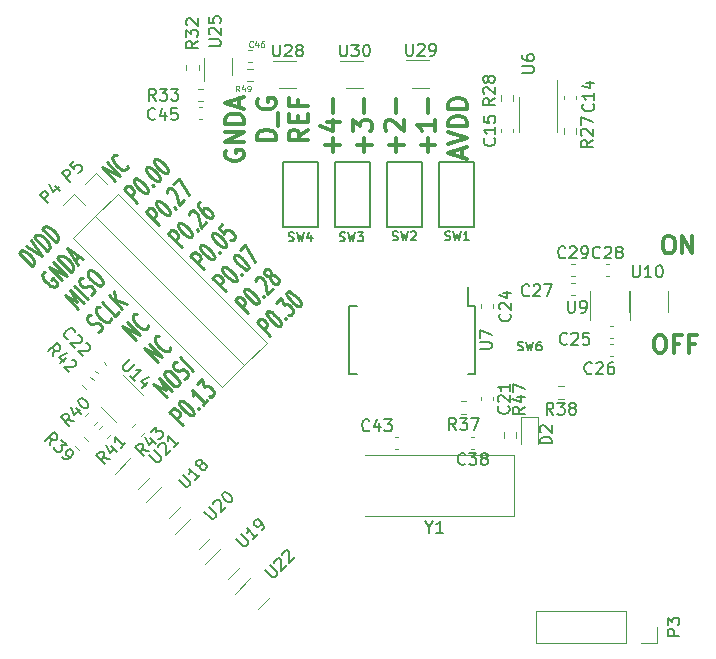
<source format=gbr>
%TF.GenerationSoftware,KiCad,Pcbnew,(5.1.9)-1*%
%TF.CreationDate,2021-05-12T23:31:49+03:00*%
%TF.ProjectId,Ganglion_01,47616e67-6c69-46f6-9e5f-30312e6b6963,01*%
%TF.SameCoordinates,PX4a1f960PY74ffa90*%
%TF.FileFunction,Legend,Top*%
%TF.FilePolarity,Positive*%
%FSLAX46Y46*%
G04 Gerber Fmt 4.6, Leading zero omitted, Abs format (unit mm)*
G04 Created by KiCad (PCBNEW (5.1.9)-1) date 2021-05-12 23:31:49*
%MOMM*%
%LPD*%
G01*
G04 APERTURE LIST*
%ADD10C,0.250000*%
%ADD11C,0.300000*%
%ADD12C,0.120000*%
%ADD13C,0.150000*%
%ADD14C,0.125000*%
G04 APERTURE END LIST*
D10*
X3852437Y32684247D02*
X2721066Y33815618D01*
X2889425Y33983977D01*
X3044315Y34031117D01*
X3219408Y33990711D01*
X3360830Y33916633D01*
X3610001Y33734806D01*
X3771625Y33573181D01*
X3953452Y33324010D01*
X4027530Y33182589D01*
X4067936Y33007496D01*
X4020796Y32852606D01*
X3852437Y32684247D01*
X3327158Y34421709D02*
X4694231Y33526041D01*
X3798562Y34893114D01*
X5165635Y33997445D02*
X4034265Y35128816D01*
X4202623Y35297175D01*
X4357513Y35344315D01*
X4532607Y35303909D01*
X4674028Y35229831D01*
X4923199Y35048004D01*
X5084823Y34886379D01*
X5266651Y34637208D01*
X5340729Y34495787D01*
X5381135Y34320694D01*
X5333994Y34165804D01*
X5165635Y33997445D01*
X5872742Y34704552D02*
X4741371Y35835923D01*
X4909730Y36004282D01*
X5064620Y36051422D01*
X5239713Y36011016D01*
X5381135Y35936938D01*
X5630306Y35755111D01*
X5791930Y35593486D01*
X5973758Y35344315D01*
X6047835Y35202894D01*
X6088241Y35027801D01*
X6041101Y34872911D01*
X5872742Y34704552D01*
X4985492Y32224627D02*
X4864273Y32211159D01*
X4763258Y32110144D01*
X4716118Y31955253D01*
X4756524Y31780160D01*
X4830602Y31638739D01*
X5012429Y31389568D01*
X5174053Y31227944D01*
X5423224Y31046116D01*
X5564646Y30972038D01*
X5739739Y30931632D01*
X5894629Y30978773D01*
X5961972Y31046116D01*
X6009113Y31201006D01*
X5988910Y31288553D01*
X5611786Y31665676D01*
X5477099Y31530989D01*
X6399705Y31483849D02*
X5268334Y32615220D01*
X6803766Y31887910D01*
X5672395Y33019281D01*
X7140484Y32224627D02*
X6009113Y33355998D01*
X6177472Y33524357D01*
X6332362Y33571498D01*
X6507455Y33531091D01*
X6648876Y33457014D01*
X6898047Y33275186D01*
X7059672Y33113562D01*
X7241499Y32864391D01*
X7315577Y32722969D01*
X7355983Y32547876D01*
X7308842Y32392986D01*
X7140484Y32224627D01*
X7490670Y33221311D02*
X7827387Y33558029D01*
X7746575Y32830719D02*
X6850907Y34197792D01*
X8217980Y33302124D01*
X7768462Y29104940D02*
X6637091Y30236311D01*
X7680915Y29663891D01*
X7108496Y30707715D01*
X8239866Y29576344D01*
X8576584Y29913062D02*
X7445213Y31044433D01*
X8825755Y30269982D02*
X8980645Y30317123D01*
X9149004Y30485481D01*
X9162472Y30606700D01*
X9142269Y30694246D01*
X9068192Y30835668D01*
X8960442Y30943417D01*
X8819021Y31017495D01*
X8731474Y31037698D01*
X8610256Y31024230D01*
X8421694Y30943417D01*
X8300476Y30929949D01*
X8212929Y30950152D01*
X8071508Y31024230D01*
X7963758Y31131979D01*
X7889680Y31273400D01*
X7869477Y31360947D01*
X7882946Y31482165D01*
X8051305Y31650524D01*
X8206195Y31697665D01*
X8590053Y32189272D02*
X8724740Y32323959D01*
X8845958Y32337428D01*
X9021051Y32297022D01*
X9270222Y32115194D01*
X9647346Y31738071D01*
X9829173Y31488900D01*
X9869579Y31313807D01*
X9856111Y31192588D01*
X9721424Y31057901D01*
X9600205Y31044433D01*
X9425112Y31084839D01*
X9175941Y31266666D01*
X8798818Y31643790D01*
X8616990Y31892961D01*
X8576584Y32068054D01*
X8590053Y32189272D01*
X9453733Y27150294D02*
X9608623Y27197435D01*
X9776982Y27365794D01*
X9790451Y27487012D01*
X9770248Y27574559D01*
X9696170Y27715980D01*
X9588420Y27823729D01*
X9446999Y27897807D01*
X9359452Y27918010D01*
X9238234Y27904542D01*
X9049672Y27823729D01*
X8928454Y27810261D01*
X8840907Y27830464D01*
X8699486Y27904542D01*
X8591736Y28012291D01*
X8517658Y28153713D01*
X8497455Y28241259D01*
X8510924Y28362478D01*
X8679283Y28530836D01*
X8834173Y28577977D01*
X10511026Y28315337D02*
X10531229Y28227791D01*
X10484089Y28072900D01*
X10416745Y28005557D01*
X10261855Y27958417D01*
X10086762Y27998823D01*
X9945341Y28072900D01*
X9696170Y28254728D01*
X9534545Y28416352D01*
X9352718Y28665523D01*
X9278640Y28806945D01*
X9238234Y28982038D01*
X9285374Y29136928D01*
X9352718Y29204271D01*
X9507608Y29251412D01*
X9595154Y29231209D01*
X11258539Y28847351D02*
X10921821Y28510633D01*
X9790451Y29642004D01*
X11494241Y29083053D02*
X10362870Y30214424D01*
X11898302Y29487114D02*
X10948759Y29830566D01*
X10766931Y30618485D02*
X11009368Y29567926D01*
X12627296Y26468441D02*
X11495925Y27599812D01*
X13031357Y26872502D01*
X11899986Y28003873D01*
X13664386Y27721031D02*
X13684589Y27633484D01*
X13637448Y27478594D01*
X13570105Y27411251D01*
X13415215Y27364110D01*
X13240122Y27404516D01*
X13098700Y27478594D01*
X12849529Y27660421D01*
X12687905Y27822046D01*
X12506077Y28071217D01*
X12432000Y28212638D01*
X12391593Y28387731D01*
X12438734Y28542621D01*
X12506077Y28609965D01*
X12660967Y28657105D01*
X12748514Y28636902D01*
X14501129Y24594608D02*
X13369758Y25725979D01*
X14905190Y24998669D01*
X13773819Y26130040D01*
X15538219Y25847198D02*
X15558422Y25759651D01*
X15511281Y25604761D01*
X15443938Y25537418D01*
X15289048Y25490277D01*
X15113955Y25530683D01*
X14972533Y25604761D01*
X14723362Y25786588D01*
X14561738Y25948213D01*
X14379910Y26197384D01*
X14305833Y26338805D01*
X14265426Y26513898D01*
X14312567Y26668788D01*
X14379910Y26736132D01*
X14534800Y26783272D01*
X14622347Y26763069D01*
X15263794Y21609608D02*
X14132423Y22740979D01*
X15176247Y22168559D01*
X14603828Y23212383D01*
X15735198Y22081012D01*
X15075232Y23683788D02*
X15209919Y23818475D01*
X15331137Y23831943D01*
X15506231Y23791537D01*
X15755401Y23609710D01*
X16132525Y23232586D01*
X16314353Y22983415D01*
X16354759Y22808322D01*
X16341290Y22687104D01*
X16206603Y22552417D01*
X16085385Y22538948D01*
X15910292Y22579354D01*
X15661121Y22761182D01*
X15283997Y23138305D01*
X15102170Y23387476D01*
X15061763Y23562569D01*
X15075232Y23683788D01*
X16725148Y23178711D02*
X16880038Y23225852D01*
X17048397Y23394210D01*
X17061865Y23515429D01*
X17041662Y23602975D01*
X16967585Y23744397D01*
X16859835Y23852146D01*
X16718414Y23926224D01*
X16630867Y23946427D01*
X16509649Y23932959D01*
X16321087Y23852146D01*
X16199869Y23838678D01*
X16112322Y23858881D01*
X15970901Y23932959D01*
X15863151Y24040708D01*
X15789073Y24182129D01*
X15768870Y24269676D01*
X15782339Y24390894D01*
X15950698Y24559253D01*
X16105588Y24606394D01*
X17486130Y23831943D02*
X16354759Y24963314D01*
X16632551Y19230698D02*
X15501180Y20362069D01*
X15770554Y20631443D01*
X15891772Y20644912D01*
X15979319Y20624709D01*
X16120740Y20550631D01*
X16282364Y20389007D01*
X16356442Y20247585D01*
X16376645Y20160039D01*
X16363177Y20038820D01*
X16093803Y19769446D01*
X16342974Y21203863D02*
X16410317Y21271207D01*
X16531535Y21284675D01*
X16619082Y21264472D01*
X16760503Y21190394D01*
X17009674Y21008567D01*
X17279048Y20739193D01*
X17460876Y20490022D01*
X17534954Y20348601D01*
X17555157Y20261054D01*
X17541688Y20139836D01*
X17474344Y20072492D01*
X17353126Y20059023D01*
X17265580Y20079227D01*
X17124158Y20153304D01*
X16874987Y20335132D01*
X16605613Y20604506D01*
X16423786Y20853677D01*
X16349708Y20995098D01*
X16329505Y21082645D01*
X16342974Y21203863D01*
X17905343Y20718990D02*
X17992889Y20698787D01*
X18013092Y20611240D01*
X17925546Y20631443D01*
X17905343Y20718990D01*
X18013092Y20611240D01*
X18720199Y21318347D02*
X18316138Y20914286D01*
X18518169Y21116316D02*
X17386798Y22247687D01*
X17481079Y22018719D01*
X17521485Y21843626D01*
X17508016Y21722408D01*
X17824531Y22685420D02*
X18262263Y23123153D01*
X18457560Y22456452D01*
X18558575Y22557467D01*
X18679793Y22570936D01*
X18767340Y22550733D01*
X18908761Y22476655D01*
X19178135Y22207281D01*
X19252213Y22065860D01*
X19272416Y21978313D01*
X19258947Y21857095D01*
X19056917Y21655065D01*
X18935698Y21641596D01*
X18848152Y21661799D01*
X10899059Y39934068D02*
X9767688Y41065439D01*
X11303120Y40338130D01*
X10171749Y41469500D01*
X11936149Y41186658D02*
X11956352Y41099111D01*
X11909211Y40944221D01*
X11841868Y40876878D01*
X11686978Y40829737D01*
X11511885Y40870143D01*
X11370463Y40944221D01*
X11121292Y41126048D01*
X10959668Y41287673D01*
X10777840Y41536844D01*
X10703763Y41678265D01*
X10663356Y41853358D01*
X10710497Y42008248D01*
X10777840Y42075592D01*
X10932730Y42122732D01*
X11020277Y42102529D01*
X12772892Y38060235D02*
X11641521Y39191606D01*
X11910895Y39460980D01*
X12032113Y39474449D01*
X12119660Y39454246D01*
X12261081Y39380168D01*
X12422706Y39218544D01*
X12496783Y39077122D01*
X12516986Y38989576D01*
X12503518Y38868358D01*
X12234144Y38598984D01*
X12483315Y40033400D02*
X12550658Y40100744D01*
X12671876Y40114212D01*
X12759423Y40094009D01*
X12900844Y40019931D01*
X13150015Y39838104D01*
X13419389Y39568730D01*
X13601217Y39319559D01*
X13675295Y39178138D01*
X13695498Y39090591D01*
X13682029Y38969373D01*
X13614686Y38902029D01*
X13493467Y38888561D01*
X13405921Y38908764D01*
X13264499Y38982841D01*
X13015328Y39164669D01*
X12745954Y39434043D01*
X12564127Y39683214D01*
X12490049Y39824635D01*
X12469846Y39912182D01*
X12483315Y40033400D01*
X14045684Y39548527D02*
X14133230Y39528324D01*
X14153434Y39440777D01*
X14065887Y39460980D01*
X14045684Y39548527D01*
X14153434Y39440777D01*
X13493467Y41043553D02*
X13560811Y41110896D01*
X13682029Y41124365D01*
X13769576Y41104162D01*
X13910997Y41030084D01*
X14160168Y40848257D01*
X14429542Y40578882D01*
X14611369Y40329712D01*
X14685447Y40188290D01*
X14705650Y40100744D01*
X14692182Y39979525D01*
X14624838Y39912182D01*
X14503620Y39898713D01*
X14416073Y39918916D01*
X14274652Y39992994D01*
X14025481Y40174821D01*
X13756107Y40444195D01*
X13574279Y40693366D01*
X13500202Y40834788D01*
X13479999Y40922334D01*
X13493467Y41043553D01*
X14166902Y41716988D02*
X14234246Y41784331D01*
X14355464Y41797800D01*
X14443011Y41777597D01*
X14584432Y41703519D01*
X14833603Y41521692D01*
X15102977Y41252318D01*
X15284804Y41003147D01*
X15358882Y40861725D01*
X15379085Y40774179D01*
X15365617Y40652960D01*
X15298273Y40585617D01*
X15177055Y40572148D01*
X15089508Y40592351D01*
X14948087Y40666429D01*
X14698916Y40848257D01*
X14429542Y41117631D01*
X14247714Y41366801D01*
X14173637Y41508223D01*
X14153434Y41595769D01*
X14166902Y41716988D01*
X14646725Y36186402D02*
X13515354Y37317773D01*
X13784728Y37587147D01*
X13905946Y37600616D01*
X13993493Y37580413D01*
X14134914Y37506335D01*
X14296539Y37344711D01*
X14370616Y37203289D01*
X14390819Y37115743D01*
X14377351Y36994525D01*
X14107977Y36725151D01*
X14357148Y38159567D02*
X14424491Y38226911D01*
X14545709Y38240379D01*
X14633256Y38220176D01*
X14774677Y38146098D01*
X15023848Y37964271D01*
X15293222Y37694897D01*
X15475050Y37445726D01*
X15549128Y37304305D01*
X15569331Y37216758D01*
X15555862Y37095540D01*
X15488519Y37028196D01*
X15367300Y37014728D01*
X15279754Y37034931D01*
X15138332Y37109008D01*
X14889161Y37290836D01*
X14619787Y37560210D01*
X14437960Y37809381D01*
X14363882Y37950802D01*
X14343679Y38038349D01*
X14357148Y38159567D01*
X15919517Y37674694D02*
X16007063Y37654491D01*
X16027267Y37566944D01*
X15939720Y37587147D01*
X15919517Y37674694D01*
X16027267Y37566944D01*
X15306691Y38893611D02*
X15286488Y38981158D01*
X15299957Y39102376D01*
X15468315Y39270735D01*
X15589534Y39284204D01*
X15677080Y39264001D01*
X15818502Y39189923D01*
X15926251Y39082173D01*
X16054204Y38886877D01*
X16296641Y37836318D01*
X16734373Y38274051D01*
X15838705Y39641124D02*
X16310109Y40112529D01*
X17138434Y38678112D01*
X16520558Y34312569D02*
X15389187Y35443940D01*
X15658561Y35713314D01*
X15779779Y35726783D01*
X15867326Y35706580D01*
X16008747Y35632502D01*
X16170372Y35470878D01*
X16244449Y35329456D01*
X16264652Y35241910D01*
X16251184Y35120692D01*
X15981810Y34851318D01*
X16230981Y36285734D02*
X16298324Y36353078D01*
X16419542Y36366546D01*
X16507089Y36346343D01*
X16648510Y36272265D01*
X16897681Y36090438D01*
X17167055Y35821064D01*
X17348883Y35571893D01*
X17422961Y35430472D01*
X17443164Y35342925D01*
X17429695Y35221707D01*
X17362352Y35154363D01*
X17241133Y35140895D01*
X17153587Y35161098D01*
X17012165Y35235175D01*
X16762994Y35417003D01*
X16493620Y35686377D01*
X16311793Y35935548D01*
X16237715Y36076969D01*
X16217512Y36164516D01*
X16230981Y36285734D01*
X17793350Y35800861D02*
X17880896Y35780658D01*
X17901100Y35693111D01*
X17813553Y35713314D01*
X17793350Y35800861D01*
X17901100Y35693111D01*
X17180524Y37019778D02*
X17160321Y37107325D01*
X17173790Y37228543D01*
X17342148Y37396902D01*
X17463367Y37410371D01*
X17550913Y37390168D01*
X17692335Y37316090D01*
X17800084Y37208340D01*
X17928037Y37013044D01*
X18170474Y35962485D01*
X18608206Y36400218D01*
X18082927Y38137680D02*
X17948240Y38002993D01*
X17934771Y37881775D01*
X17954974Y37794229D01*
X18049255Y37565261D01*
X18231083Y37316090D01*
X18662081Y36885091D01*
X18803502Y36811013D01*
X18891049Y36790810D01*
X19012267Y36804279D01*
X19146954Y36938966D01*
X19160423Y37060184D01*
X19140220Y37147731D01*
X19066142Y37289152D01*
X18796768Y37558526D01*
X18655347Y37632604D01*
X18567800Y37652807D01*
X18446582Y37639339D01*
X18311895Y37504652D01*
X18298426Y37383433D01*
X18318629Y37295887D01*
X18392707Y37154465D01*
X18394391Y32438736D02*
X17263020Y33570107D01*
X17532394Y33839481D01*
X17653612Y33852950D01*
X17741159Y33832747D01*
X17882580Y33758669D01*
X18044205Y33597045D01*
X18118282Y33455623D01*
X18138485Y33368077D01*
X18125017Y33246859D01*
X17855643Y32977485D01*
X18104814Y34411901D02*
X18172157Y34479245D01*
X18293375Y34492713D01*
X18380922Y34472510D01*
X18522343Y34398432D01*
X18771514Y34216605D01*
X19040888Y33947231D01*
X19222716Y33698060D01*
X19296794Y33556639D01*
X19316997Y33469092D01*
X19303528Y33347874D01*
X19236185Y33280530D01*
X19114966Y33267062D01*
X19027420Y33287265D01*
X18885998Y33361342D01*
X18636827Y33543170D01*
X18367453Y33812544D01*
X18185626Y34061715D01*
X18111548Y34203136D01*
X18091345Y34290683D01*
X18104814Y34411901D01*
X19667183Y33927028D02*
X19754729Y33906825D01*
X19774933Y33819278D01*
X19687386Y33839481D01*
X19667183Y33927028D01*
X19774933Y33819278D01*
X19114966Y35422054D02*
X19182310Y35489397D01*
X19303528Y35502866D01*
X19391075Y35482663D01*
X19532496Y35408585D01*
X19781667Y35226758D01*
X20051041Y34957383D01*
X20232868Y34708213D01*
X20306946Y34566791D01*
X20327149Y34479245D01*
X20313681Y34358026D01*
X20246337Y34290683D01*
X20125119Y34277214D01*
X20037572Y34297417D01*
X19896151Y34371495D01*
X19646980Y34553322D01*
X19377606Y34822696D01*
X19195778Y35071867D01*
X19121701Y35213289D01*
X19101498Y35300835D01*
X19114966Y35422054D01*
X19990432Y36297519D02*
X19653714Y35960802D01*
X20158791Y35388382D01*
X20138587Y35475928D01*
X20152056Y35597147D01*
X20320415Y35765506D01*
X20441633Y35778974D01*
X20529180Y35758771D01*
X20670601Y35684693D01*
X20939975Y35415319D01*
X21014053Y35273898D01*
X21034256Y35186351D01*
X21020787Y35065133D01*
X20852429Y34896774D01*
X20731210Y34883306D01*
X20643664Y34903509D01*
X20268224Y30564903D02*
X19136853Y31696274D01*
X19406227Y31965648D01*
X19527445Y31979117D01*
X19614992Y31958914D01*
X19756413Y31884836D01*
X19918038Y31723212D01*
X19992115Y31581790D01*
X20012318Y31494244D01*
X19998850Y31373026D01*
X19729476Y31103652D01*
X19978647Y32538068D02*
X20045990Y32605412D01*
X20167208Y32618880D01*
X20254755Y32598677D01*
X20396176Y32524599D01*
X20645347Y32342772D01*
X20914721Y32073398D01*
X21096549Y31824227D01*
X21170627Y31682806D01*
X21190830Y31595259D01*
X21177361Y31474041D01*
X21110018Y31406697D01*
X20988799Y31393229D01*
X20901253Y31413432D01*
X20759831Y31487509D01*
X20510660Y31669337D01*
X20241286Y31938711D01*
X20059459Y32187882D01*
X19985381Y32329303D01*
X19965178Y32416850D01*
X19978647Y32538068D01*
X21541016Y32053195D02*
X21628562Y32032992D01*
X21648766Y31945445D01*
X21561219Y31965648D01*
X21541016Y32053195D01*
X21648766Y31945445D01*
X20988799Y33548221D02*
X21056143Y33615564D01*
X21177361Y33629033D01*
X21264908Y33608830D01*
X21406329Y33534752D01*
X21655500Y33352925D01*
X21924874Y33083550D01*
X22106701Y32834380D01*
X22180779Y32692958D01*
X22200982Y32605412D01*
X22187514Y32484193D01*
X22120170Y32416850D01*
X21998952Y32403381D01*
X21911405Y32423584D01*
X21769984Y32497662D01*
X21520813Y32679489D01*
X21251439Y32948863D01*
X21069611Y33198034D01*
X20995534Y33339456D01*
X20975331Y33427002D01*
X20988799Y33548221D01*
X21460204Y34019625D02*
X21931608Y34491030D01*
X22759933Y33056613D01*
X22142057Y28691070D02*
X21010686Y29822441D01*
X21280060Y30091815D01*
X21401278Y30105284D01*
X21488825Y30085081D01*
X21630246Y30011003D01*
X21791871Y29849379D01*
X21865948Y29707957D01*
X21886151Y29620411D01*
X21872683Y29499193D01*
X21603309Y29229819D01*
X21852480Y30664235D02*
X21919823Y30731579D01*
X22041041Y30745047D01*
X22128588Y30724844D01*
X22270009Y30650766D01*
X22519180Y30468939D01*
X22788554Y30199565D01*
X22970382Y29950394D01*
X23044460Y29808973D01*
X23064663Y29721426D01*
X23051194Y29600208D01*
X22983851Y29532864D01*
X22862632Y29519396D01*
X22775086Y29539599D01*
X22633664Y29613676D01*
X22384493Y29795504D01*
X22115119Y30064878D01*
X21933292Y30314049D01*
X21859214Y30455470D01*
X21839011Y30543017D01*
X21852480Y30664235D01*
X23414849Y30179362D02*
X23502395Y30159159D01*
X23522599Y30071612D01*
X23435052Y30091815D01*
X23414849Y30179362D01*
X23522599Y30071612D01*
X22802023Y31398279D02*
X22781820Y31485826D01*
X22795289Y31607044D01*
X22963647Y31775403D01*
X23084866Y31788872D01*
X23172412Y31768669D01*
X23313834Y31694591D01*
X23421583Y31586841D01*
X23549536Y31391545D01*
X23791973Y30340986D01*
X24229705Y30778719D01*
X23987269Y31829278D02*
X23866050Y31815809D01*
X23778504Y31836012D01*
X23637082Y31910090D01*
X23583208Y31963965D01*
X23509130Y32105386D01*
X23488927Y32192933D01*
X23502395Y32314151D01*
X23637082Y32448838D01*
X23758301Y32462307D01*
X23845847Y32442104D01*
X23987269Y32368026D01*
X24041144Y32314151D01*
X24115221Y32172730D01*
X24135424Y32085183D01*
X24121956Y31963965D01*
X23987269Y31829278D01*
X23973800Y31708059D01*
X23994003Y31620513D01*
X24068081Y31479092D01*
X24283580Y31263592D01*
X24425001Y31189514D01*
X24512548Y31169311D01*
X24633766Y31182780D01*
X24768453Y31317467D01*
X24781922Y31438685D01*
X24761719Y31526232D01*
X24687641Y31667653D01*
X24472142Y31883153D01*
X24330721Y31957230D01*
X24243174Y31977433D01*
X24121956Y31963965D01*
X24015890Y26817237D02*
X22884519Y27948608D01*
X23153893Y28217982D01*
X23275111Y28231451D01*
X23362658Y28211248D01*
X23504079Y28137170D01*
X23665704Y27975546D01*
X23739781Y27834124D01*
X23759984Y27746578D01*
X23746516Y27625360D01*
X23477142Y27355986D01*
X23726313Y28790402D02*
X23793656Y28857746D01*
X23914874Y28871214D01*
X24002421Y28851011D01*
X24143842Y28776933D01*
X24393013Y28595106D01*
X24662387Y28325732D01*
X24844215Y28076561D01*
X24918293Y27935140D01*
X24938496Y27847593D01*
X24925027Y27726375D01*
X24857684Y27659031D01*
X24736465Y27645563D01*
X24648919Y27665766D01*
X24507497Y27739843D01*
X24258326Y27921671D01*
X23988952Y28191045D01*
X23807125Y28440216D01*
X23733047Y28581637D01*
X23712844Y28669184D01*
X23726313Y28790402D01*
X25288682Y28305529D02*
X25376228Y28285326D01*
X25396432Y28197779D01*
X25308885Y28217982D01*
X25288682Y28305529D01*
X25396432Y28197779D01*
X24534435Y29598524D02*
X24972167Y30036257D01*
X25167464Y29369556D01*
X25268479Y29470572D01*
X25389697Y29484040D01*
X25477244Y29463837D01*
X25618665Y29389759D01*
X25888039Y29120385D01*
X25962117Y28978964D01*
X25982320Y28891417D01*
X25968851Y28770199D01*
X25766821Y28568169D01*
X25645603Y28554700D01*
X25558056Y28574903D01*
X25409900Y30473990D02*
X25477244Y30541333D01*
X25598462Y30554802D01*
X25686009Y30534599D01*
X25827430Y30460521D01*
X26076601Y30278694D01*
X26345975Y30009320D01*
X26527802Y29760149D01*
X26601880Y29618727D01*
X26622083Y29531181D01*
X26608615Y29409962D01*
X26541271Y29342619D01*
X26420053Y29329150D01*
X26332506Y29349353D01*
X26191085Y29423431D01*
X25941914Y29605259D01*
X25672540Y29874633D01*
X25490712Y30123803D01*
X25416635Y30265225D01*
X25396432Y30352771D01*
X25409900Y30473990D01*
D11*
X20293500Y42461715D02*
X20217309Y42318858D01*
X20217309Y42104572D01*
X20293500Y41890286D01*
X20445880Y41747429D01*
X20598261Y41676000D01*
X20903023Y41604572D01*
X21131595Y41604572D01*
X21436357Y41676000D01*
X21588738Y41747429D01*
X21741119Y41890286D01*
X21817309Y42104572D01*
X21817309Y42247429D01*
X21741119Y42461715D01*
X21664928Y42533143D01*
X21131595Y42533143D01*
X21131595Y42247429D01*
X21817309Y43176000D02*
X20217309Y43176000D01*
X21817309Y44033143D01*
X20217309Y44033143D01*
X21817309Y44747429D02*
X20217309Y44747429D01*
X20217309Y45104572D01*
X20293500Y45318858D01*
X20445880Y45461715D01*
X20598261Y45533143D01*
X20903023Y45604572D01*
X21131595Y45604572D01*
X21436357Y45533143D01*
X21588738Y45461715D01*
X21741119Y45318858D01*
X21817309Y45104572D01*
X21817309Y44747429D01*
X21360166Y46176000D02*
X21360166Y46890286D01*
X21817309Y46033143D02*
X20217309Y46533143D01*
X21817309Y47033143D01*
X24517309Y43390286D02*
X22917309Y43390286D01*
X22917309Y43747429D01*
X22993500Y43961715D01*
X23145880Y44104572D01*
X23298261Y44176000D01*
X23603023Y44247429D01*
X23831595Y44247429D01*
X24136357Y44176000D01*
X24288738Y44104572D01*
X24441119Y43961715D01*
X24517309Y43747429D01*
X24517309Y43390286D01*
X24669690Y44533143D02*
X24669690Y45676000D01*
X22993500Y46818858D02*
X22917309Y46676000D01*
X22917309Y46461715D01*
X22993500Y46247429D01*
X23145880Y46104572D01*
X23298261Y46033143D01*
X23603023Y45961715D01*
X23831595Y45961715D01*
X24136357Y46033143D01*
X24288738Y46104572D01*
X24441119Y46247429D01*
X24517309Y46461715D01*
X24517309Y46604572D01*
X24441119Y46818858D01*
X24364928Y46890286D01*
X23831595Y46890286D01*
X23831595Y46604572D01*
X27217309Y44247429D02*
X26455404Y43747429D01*
X27217309Y43390286D02*
X25617309Y43390286D01*
X25617309Y43961715D01*
X25693500Y44104572D01*
X25769690Y44176000D01*
X25922071Y44247429D01*
X26150642Y44247429D01*
X26303023Y44176000D01*
X26379214Y44104572D01*
X26455404Y43961715D01*
X26455404Y43390286D01*
X26379214Y44890286D02*
X26379214Y45390286D01*
X27217309Y45604572D02*
X27217309Y44890286D01*
X25617309Y44890286D01*
X25617309Y45604572D01*
X26379214Y46747429D02*
X26379214Y46247429D01*
X27217309Y46247429D02*
X25617309Y46247429D01*
X25617309Y46961715D01*
X29307785Y42390286D02*
X29307785Y43533143D01*
X29917309Y42961715D02*
X28698261Y42961715D01*
X28850642Y44890286D02*
X29917309Y44890286D01*
X28241119Y44533143D02*
X29383976Y44176000D01*
X29383976Y45104572D01*
X29307785Y45676000D02*
X29307785Y46818858D01*
X32007785Y42390286D02*
X32007785Y43533143D01*
X32617309Y42961715D02*
X31398261Y42961715D01*
X31017309Y44104572D02*
X31017309Y45033143D01*
X31626833Y44533143D01*
X31626833Y44747429D01*
X31703023Y44890286D01*
X31779214Y44961715D01*
X31931595Y45033143D01*
X32312547Y45033143D01*
X32464928Y44961715D01*
X32541119Y44890286D01*
X32617309Y44747429D01*
X32617309Y44318858D01*
X32541119Y44176000D01*
X32464928Y44104572D01*
X32007785Y45676000D02*
X32007785Y46818858D01*
X34707785Y42390286D02*
X34707785Y43533143D01*
X35317309Y42961715D02*
X34098261Y42961715D01*
X33869690Y44176000D02*
X33793500Y44247429D01*
X33717309Y44390286D01*
X33717309Y44747429D01*
X33793500Y44890286D01*
X33869690Y44961715D01*
X34022071Y45033143D01*
X34174452Y45033143D01*
X34403023Y44961715D01*
X35317309Y44104572D01*
X35317309Y45033143D01*
X34707785Y45676000D02*
X34707785Y46818858D01*
X37407785Y42390286D02*
X37407785Y43533143D01*
X38017309Y42961715D02*
X36798261Y42961715D01*
X38017309Y45033143D02*
X38017309Y44176000D01*
X38017309Y44604572D02*
X36417309Y44604572D01*
X36645880Y44461715D01*
X36798261Y44318858D01*
X36874452Y44176000D01*
X37407785Y45676000D02*
X37407785Y46818858D01*
X40260166Y41890286D02*
X40260166Y42604572D01*
X40717309Y41747429D02*
X39117309Y42247429D01*
X40717309Y42747429D01*
X39117309Y43033143D02*
X40717309Y43533143D01*
X39117309Y44033143D01*
X40717309Y44533143D02*
X39117309Y44533143D01*
X39117309Y44890286D01*
X39193500Y45104572D01*
X39345880Y45247429D01*
X39498261Y45318858D01*
X39803023Y45390286D01*
X40031595Y45390286D01*
X40336357Y45318858D01*
X40488738Y45247429D01*
X40641119Y45104572D01*
X40717309Y44890286D01*
X40717309Y44533143D01*
X40717309Y46033143D02*
X39117309Y46033143D01*
X39117309Y46390286D01*
X39193500Y46604572D01*
X39345880Y46747429D01*
X39498261Y46818858D01*
X39803023Y46890286D01*
X40031595Y46890286D01*
X40336357Y46818858D01*
X40488738Y46747429D01*
X40641119Y46604572D01*
X40717309Y46390286D01*
X40717309Y46033143D01*
X57618428Y35263829D02*
X57904142Y35263829D01*
X58047000Y35192400D01*
X58189857Y35049543D01*
X58261285Y34763829D01*
X58261285Y34263829D01*
X58189857Y33978115D01*
X58047000Y33835258D01*
X57904142Y33763829D01*
X57618428Y33763829D01*
X57475571Y33835258D01*
X57332714Y33978115D01*
X57261285Y34263829D01*
X57261285Y34763829D01*
X57332714Y35049543D01*
X57475571Y35192400D01*
X57618428Y35263829D01*
X58904142Y33763829D02*
X58904142Y35263829D01*
X59761285Y33763829D01*
X59761285Y35263829D01*
X56889828Y26856429D02*
X57175542Y26856429D01*
X57318400Y26785000D01*
X57461257Y26642143D01*
X57532685Y26356429D01*
X57532685Y25856429D01*
X57461257Y25570715D01*
X57318400Y25427858D01*
X57175542Y25356429D01*
X56889828Y25356429D01*
X56746971Y25427858D01*
X56604114Y25570715D01*
X56532685Y25856429D01*
X56532685Y26356429D01*
X56604114Y26642143D01*
X56746971Y26785000D01*
X56889828Y26856429D01*
X58675542Y26142143D02*
X58175542Y26142143D01*
X58175542Y25356429D02*
X58175542Y26856429D01*
X58889828Y26856429D01*
X59961257Y26142143D02*
X59461257Y26142143D01*
X59461257Y25356429D02*
X59461257Y26856429D01*
X60175542Y26856429D01*
D12*
%TO.C,U6*%
X45133703Y45552611D02*
X45133703Y44052611D01*
X45133703Y45552611D02*
X45133703Y47052611D01*
X48353703Y45552611D02*
X48353703Y44052611D01*
X48353703Y45552611D02*
X48353703Y48477611D01*
%TO.C,U25*%
X20756100Y48906200D02*
X20756100Y50306200D01*
X18436100Y50306200D02*
X18436100Y48406200D01*
%TO.C,Y1*%
X44647600Y16672400D02*
X32047600Y16672400D01*
X44647600Y11572400D02*
X44647600Y16672400D01*
X32047600Y11572400D02*
X44647600Y11572400D01*
%TO.C,U30*%
X30478500Y47735000D02*
X31878500Y47735000D01*
X31878500Y50055000D02*
X29978500Y50055000D01*
%TO.C,U29*%
X36066500Y47798500D02*
X37466500Y47798500D01*
X37466500Y50118500D02*
X35566500Y50118500D01*
%TO.C,U28*%
X24800000Y47740000D02*
X26200000Y47740000D01*
X26200000Y50060000D02*
X24300000Y50060000D01*
%TO.C,U22*%
X23007469Y3688581D02*
X23997419Y4678531D01*
X22356931Y6319019D02*
X21013428Y4975516D01*
%TO.C,U21*%
X12847469Y13848581D02*
X13837419Y14838531D01*
X12196931Y16479019D02*
X10853428Y15135516D01*
%TO.C,U20*%
X17978269Y8717781D02*
X18968219Y9707731D01*
X17327731Y11348219D02*
X15984228Y10004716D01*
%TO.C,U19*%
X20492869Y6228581D02*
X21482819Y7218531D01*
X19842331Y8859019D02*
X18498828Y7515516D01*
%TO.C,U18*%
X15489069Y11410181D02*
X16479019Y12400131D01*
X14838531Y14040619D02*
X13495028Y12697116D01*
%TO.C,U14*%
X13281038Y21761846D02*
X11548626Y23494257D01*
X9731362Y20757754D02*
X11004154Y19484962D01*
%TO.C,U10*%
X54524000Y30618000D02*
X54524000Y28168000D01*
X57744000Y28818000D02*
X57744000Y30618000D01*
%TO.C,U9*%
X51145800Y30592600D02*
X51145800Y28142600D01*
X54365800Y28792600D02*
X54365800Y30592600D01*
D13*
%TO.C,U7*%
X40818000Y29316400D02*
X40818000Y30916400D01*
X30743000Y29316400D02*
X30743000Y23566400D01*
X41393000Y29316400D02*
X41393000Y23566400D01*
X30743000Y29316400D02*
X31393000Y29316400D01*
X30743000Y23566400D02*
X31393000Y23566400D01*
X41393000Y23566400D02*
X40743000Y23566400D01*
X41393000Y29316400D02*
X40818000Y29316400D01*
D12*
%TO.C,R49*%
X22076642Y48347100D02*
X22551158Y48347100D01*
X22076642Y49392100D02*
X22551158Y49392100D01*
%TO.C,R47*%
X43800500Y18652258D02*
X43800500Y18177742D01*
X44845500Y18652258D02*
X44845500Y18177742D01*
%TO.C,R43*%
X12650703Y19384030D02*
X12315170Y19048497D01*
X13389630Y18645103D02*
X13054097Y18309570D01*
%TO.C,R42*%
X8073370Y22607503D02*
X8408903Y22271970D01*
X8812297Y23346430D02*
X9147830Y23010897D01*
%TO.C,R41*%
X9831303Y19206230D02*
X9495770Y18870697D01*
X10570230Y18467303D02*
X10234697Y18131770D01*
%TO.C,R40*%
X8688303Y20323830D02*
X8352770Y19988297D01*
X9427230Y19584903D02*
X9091697Y19249370D01*
%TO.C,R39*%
X7514570Y17451303D02*
X7850103Y17115770D01*
X8253497Y18190230D02*
X8589030Y17854697D01*
%TO.C,R38*%
X48887258Y22522500D02*
X48412742Y22522500D01*
X48887258Y21477500D02*
X48412742Y21477500D01*
%TO.C,R37*%
X40635958Y21236200D02*
X40161442Y21236200D01*
X40635958Y20191200D02*
X40161442Y20191200D01*
%TO.C,R33*%
X17885642Y46645300D02*
X18360158Y46645300D01*
X17885642Y47690300D02*
X18360158Y47690300D01*
%TO.C,R32*%
X16940000Y49754558D02*
X16940000Y49280042D01*
X17985000Y49754558D02*
X17985000Y49280042D01*
%TO.C,R28*%
X44599203Y46712353D02*
X44599203Y47186869D01*
X43554203Y46712353D02*
X43554203Y47186869D01*
%TO.C,R27*%
X49933203Y43918353D02*
X49933203Y44392869D01*
X48888203Y43918353D02*
X48888203Y44392869D01*
%TO.C,P5*%
X8330548Y39675452D02*
X9271000Y40615904D01*
X9271000Y40615904D02*
X10211452Y39675452D01*
X11109478Y38777426D02*
X23724263Y26162641D01*
X21843359Y24281737D02*
X23724263Y26162641D01*
X9228574Y36896522D02*
X21843359Y24281737D01*
X9228574Y36896522D02*
X11109478Y38777426D01*
%TO.C,P4*%
X6450948Y37846652D02*
X7391400Y38787104D01*
X7391400Y38787104D02*
X8331852Y37846652D01*
X9229878Y36948626D02*
X21844663Y24333841D01*
X19963759Y22452937D02*
X21844663Y24333841D01*
X7348974Y35067722D02*
X19963759Y22452937D01*
X7348974Y35067722D02*
X9229878Y36948626D01*
%TO.C,P3*%
X56780000Y2150000D02*
X56780000Y820000D01*
X56780000Y820000D02*
X55450000Y820000D01*
X54180000Y820000D02*
X46500000Y820000D01*
X46500000Y3480000D02*
X46500000Y820000D01*
X54180000Y3480000D02*
X46500000Y3480000D01*
X54180000Y3480000D02*
X54180000Y820000D01*
%TO.C,D2*%
X45239000Y19900000D02*
X45239000Y17615000D01*
X46709000Y19900000D02*
X45239000Y19900000D01*
X46709000Y17615000D02*
X46709000Y19900000D01*
%TO.C,C46*%
X22173320Y49947100D02*
X22454480Y49947100D01*
X22173320Y50967100D02*
X22454480Y50967100D01*
%TO.C,C45*%
X17982320Y45108400D02*
X18263480Y45108400D01*
X17982320Y46128400D02*
X18263480Y46128400D01*
%TO.C,C43*%
X34606620Y17244600D02*
X34887780Y17244600D01*
X34606620Y18264600D02*
X34887780Y18264600D01*
%TO.C,C38*%
X41313980Y18264600D02*
X41032820Y18264600D01*
X41313980Y17244600D02*
X41032820Y17244600D01*
%TO.C,C29*%
X49516420Y31875000D02*
X49797580Y31875000D01*
X49516420Y32895000D02*
X49797580Y32895000D01*
%TO.C,C28*%
X52718580Y32895000D02*
X52437420Y32895000D01*
X52718580Y31875000D02*
X52437420Y31875000D01*
%TO.C,C27*%
X49516420Y30224000D02*
X49797580Y30224000D01*
X49516420Y31244000D02*
X49797580Y31244000D01*
%TO.C,C26*%
X53074180Y27637200D02*
X52793020Y27637200D01*
X53074180Y26617200D02*
X52793020Y26617200D01*
%TO.C,C25*%
X52793020Y25093200D02*
X53074180Y25093200D01*
X52793020Y26113200D02*
X53074180Y26113200D01*
%TO.C,C24*%
X42877200Y29171020D02*
X42877200Y29452180D01*
X41857200Y29171020D02*
X41857200Y29452180D01*
%TO.C,C22*%
X9230070Y23830681D02*
X9428881Y23631870D01*
X9951319Y24551930D02*
X10150130Y24353119D01*
%TO.C,C21*%
X41908000Y21603580D02*
X41908000Y21322420D01*
X42928000Y21603580D02*
X42928000Y21322420D01*
%TO.C,C15*%
X44586705Y44015032D02*
X44586705Y44296192D01*
X43566705Y44015032D02*
X43566705Y44296192D01*
%TO.C,C14*%
X49920705Y46809031D02*
X49920705Y47090191D01*
X48900705Y46809031D02*
X48900705Y47090191D01*
D13*
%TO.C,SW1*%
X38300000Y36000000D02*
X38300000Y41500000D01*
X41300000Y36000000D02*
X38300000Y36000000D01*
X41300000Y41500000D02*
X38300000Y41500000D01*
X41300000Y36000000D02*
X41300000Y41500000D01*
%TO.C,SW2*%
X33900000Y36000000D02*
X33900000Y41500000D01*
X36900000Y36000000D02*
X33900000Y36000000D01*
X36900000Y41500000D02*
X33900000Y41500000D01*
X36900000Y36000000D02*
X36900000Y41500000D01*
%TO.C,SW3*%
X29500000Y36000000D02*
X29500000Y41500000D01*
X32500000Y36000000D02*
X29500000Y36000000D01*
X32500000Y41500000D02*
X29500000Y41500000D01*
X32500000Y36000000D02*
X32500000Y41500000D01*
%TO.C,SW4*%
X25100000Y36000000D02*
X25100000Y41500000D01*
X28100000Y36000000D02*
X25100000Y36000000D01*
X28100000Y41500000D02*
X25100000Y41500000D01*
X28100000Y36000000D02*
X28100000Y41500000D01*
%TO.C,U6*%
X45362380Y49058096D02*
X46171904Y49058096D01*
X46267142Y49105715D01*
X46314761Y49153334D01*
X46362380Y49248572D01*
X46362380Y49439048D01*
X46314761Y49534286D01*
X46267142Y49581905D01*
X46171904Y49629524D01*
X45362380Y49629524D01*
X45362380Y50534286D02*
X45362380Y50343810D01*
X45410000Y50248572D01*
X45457619Y50200953D01*
X45600476Y50105715D01*
X45790952Y50058096D01*
X46171904Y50058096D01*
X46267142Y50105715D01*
X46314761Y50153334D01*
X46362380Y50248572D01*
X46362380Y50439048D01*
X46314761Y50534286D01*
X46267142Y50581905D01*
X46171904Y50629524D01*
X45933809Y50629524D01*
X45838571Y50581905D01*
X45790952Y50534286D01*
X45743333Y50439048D01*
X45743333Y50248572D01*
X45790952Y50153334D01*
X45838571Y50105715D01*
X45933809Y50058096D01*
%TO.C,U25*%
X18832380Y51311905D02*
X19641904Y51311905D01*
X19737142Y51359524D01*
X19784761Y51407143D01*
X19832380Y51502381D01*
X19832380Y51692858D01*
X19784761Y51788096D01*
X19737142Y51835715D01*
X19641904Y51883334D01*
X18832380Y51883334D01*
X18927619Y52311905D02*
X18880000Y52359524D01*
X18832380Y52454762D01*
X18832380Y52692858D01*
X18880000Y52788096D01*
X18927619Y52835715D01*
X19022857Y52883334D01*
X19118095Y52883334D01*
X19260952Y52835715D01*
X19832380Y52264286D01*
X19832380Y52883334D01*
X18832380Y53788096D02*
X18832380Y53311905D01*
X19308571Y53264286D01*
X19260952Y53311905D01*
X19213333Y53407143D01*
X19213333Y53645239D01*
X19260952Y53740477D01*
X19308571Y53788096D01*
X19403809Y53835715D01*
X19641904Y53835715D01*
X19737142Y53788096D01*
X19784761Y53740477D01*
X19832380Y53645239D01*
X19832380Y53407143D01*
X19784761Y53311905D01*
X19737142Y53264286D01*
%TO.C,Y1*%
X37471409Y10596210D02*
X37471409Y10120020D01*
X37138076Y11120020D02*
X37471409Y10596210D01*
X37804742Y11120020D01*
X38661885Y10120020D02*
X38090457Y10120020D01*
X38376171Y10120020D02*
X38376171Y11120020D01*
X38280933Y10977162D01*
X38185695Y10881924D01*
X38090457Y10834305D01*
%TO.C,U30*%
X29940404Y51442620D02*
X29940404Y50633096D01*
X29988023Y50537858D01*
X30035642Y50490239D01*
X30130880Y50442620D01*
X30321357Y50442620D01*
X30416595Y50490239D01*
X30464214Y50537858D01*
X30511833Y50633096D01*
X30511833Y51442620D01*
X30892785Y51442620D02*
X31511833Y51442620D01*
X31178500Y51061667D01*
X31321357Y51061667D01*
X31416595Y51014048D01*
X31464214Y50966429D01*
X31511833Y50871191D01*
X31511833Y50633096D01*
X31464214Y50537858D01*
X31416595Y50490239D01*
X31321357Y50442620D01*
X31035642Y50442620D01*
X30940404Y50490239D01*
X30892785Y50537858D01*
X32130880Y51442620D02*
X32226119Y51442620D01*
X32321357Y51395000D01*
X32368976Y51347381D01*
X32416595Y51252143D01*
X32464214Y51061667D01*
X32464214Y50823572D01*
X32416595Y50633096D01*
X32368976Y50537858D01*
X32321357Y50490239D01*
X32226119Y50442620D01*
X32130880Y50442620D01*
X32035642Y50490239D01*
X31988023Y50537858D01*
X31940404Y50633096D01*
X31892785Y50823572D01*
X31892785Y51061667D01*
X31940404Y51252143D01*
X31988023Y51347381D01*
X32035642Y51395000D01*
X32130880Y51442620D01*
%TO.C,U29*%
X35528404Y51506120D02*
X35528404Y50696596D01*
X35576023Y50601358D01*
X35623642Y50553739D01*
X35718880Y50506120D01*
X35909357Y50506120D01*
X36004595Y50553739D01*
X36052214Y50601358D01*
X36099833Y50696596D01*
X36099833Y51506120D01*
X36528404Y51410881D02*
X36576023Y51458500D01*
X36671261Y51506120D01*
X36909357Y51506120D01*
X37004595Y51458500D01*
X37052214Y51410881D01*
X37099833Y51315643D01*
X37099833Y51220405D01*
X37052214Y51077548D01*
X36480785Y50506120D01*
X37099833Y50506120D01*
X37576023Y50506120D02*
X37766500Y50506120D01*
X37861738Y50553739D01*
X37909357Y50601358D01*
X38004595Y50744215D01*
X38052214Y50934691D01*
X38052214Y51315643D01*
X38004595Y51410881D01*
X37956976Y51458500D01*
X37861738Y51506120D01*
X37671261Y51506120D01*
X37576023Y51458500D01*
X37528404Y51410881D01*
X37480785Y51315643D01*
X37480785Y51077548D01*
X37528404Y50982310D01*
X37576023Y50934691D01*
X37671261Y50887072D01*
X37861738Y50887072D01*
X37956976Y50934691D01*
X38004595Y50982310D01*
X38052214Y51077548D01*
%TO.C,U28*%
X24261904Y51447620D02*
X24261904Y50638096D01*
X24309523Y50542858D01*
X24357142Y50495239D01*
X24452380Y50447620D01*
X24642857Y50447620D01*
X24738095Y50495239D01*
X24785714Y50542858D01*
X24833333Y50638096D01*
X24833333Y51447620D01*
X25261904Y51352381D02*
X25309523Y51400000D01*
X25404761Y51447620D01*
X25642857Y51447620D01*
X25738095Y51400000D01*
X25785714Y51352381D01*
X25833333Y51257143D01*
X25833333Y51161905D01*
X25785714Y51019048D01*
X25214285Y50447620D01*
X25833333Y50447620D01*
X26404761Y51019048D02*
X26309523Y51066667D01*
X26261904Y51114286D01*
X26214285Y51209524D01*
X26214285Y51257143D01*
X26261904Y51352381D01*
X26309523Y51400000D01*
X26404761Y51447620D01*
X26595238Y51447620D01*
X26690476Y51400000D01*
X26738095Y51352381D01*
X26785714Y51257143D01*
X26785714Y51209524D01*
X26738095Y51114286D01*
X26690476Y51066667D01*
X26595238Y51019048D01*
X26404761Y51019048D01*
X26309523Y50971429D01*
X26261904Y50923810D01*
X26214285Y50828572D01*
X26214285Y50638096D01*
X26261904Y50542858D01*
X26309523Y50495239D01*
X26404761Y50447620D01*
X26595238Y50447620D01*
X26690476Y50495239D01*
X26738095Y50542858D01*
X26785714Y50638096D01*
X26785714Y50828572D01*
X26738095Y50923810D01*
X26690476Y50971429D01*
X26595238Y51019048D01*
%TO.C,U22*%
X23597309Y6951760D02*
X24169729Y6379340D01*
X24270744Y6345669D01*
X24338087Y6345669D01*
X24439103Y6379340D01*
X24573790Y6514027D01*
X24607461Y6615043D01*
X24607461Y6682386D01*
X24573790Y6783401D01*
X24001370Y7355821D01*
X24371759Y7591523D02*
X24371759Y7658867D01*
X24405431Y7759882D01*
X24573790Y7928241D01*
X24674805Y7961913D01*
X24742148Y7961913D01*
X24843164Y7928241D01*
X24910507Y7860897D01*
X24977851Y7726210D01*
X24977851Y6918088D01*
X25415583Y7355821D01*
X25045194Y8264958D02*
X25045194Y8332302D01*
X25078866Y8433317D01*
X25247225Y8601676D01*
X25348240Y8635348D01*
X25415583Y8635348D01*
X25516599Y8601676D01*
X25583942Y8534332D01*
X25651286Y8399645D01*
X25651286Y7591523D01*
X26089018Y8029256D01*
%TO.C,U21*%
X13797309Y16721760D02*
X14369729Y16149340D01*
X14470744Y16115669D01*
X14538087Y16115669D01*
X14639103Y16149340D01*
X14773790Y16284027D01*
X14807461Y16385043D01*
X14807461Y16452386D01*
X14773790Y16553401D01*
X14201370Y17125821D01*
X14571759Y17361523D02*
X14571759Y17428867D01*
X14605431Y17529882D01*
X14773790Y17698241D01*
X14874805Y17731913D01*
X14942148Y17731913D01*
X15043164Y17698241D01*
X15110507Y17630897D01*
X15177851Y17496210D01*
X15177851Y16688088D01*
X15615583Y17125821D01*
X16289018Y17799256D02*
X15884957Y17395195D01*
X16086988Y17597226D02*
X15379881Y18304332D01*
X15413553Y18135974D01*
X15413553Y18001287D01*
X15379881Y17900271D01*
%TO.C,U20*%
X18447309Y11901760D02*
X19019729Y11329340D01*
X19120744Y11295669D01*
X19188087Y11295669D01*
X19289103Y11329340D01*
X19423790Y11464027D01*
X19457461Y11565043D01*
X19457461Y11632386D01*
X19423790Y11733401D01*
X18851370Y12305821D01*
X19221759Y12541523D02*
X19221759Y12608867D01*
X19255431Y12709882D01*
X19423790Y12878241D01*
X19524805Y12911913D01*
X19592148Y12911913D01*
X19693164Y12878241D01*
X19760507Y12810897D01*
X19827851Y12676210D01*
X19827851Y11868088D01*
X20265583Y12305821D01*
X19996209Y13450661D02*
X20063553Y13518004D01*
X20164568Y13551676D01*
X20231912Y13551676D01*
X20332927Y13518004D01*
X20501286Y13416989D01*
X20669644Y13248630D01*
X20770660Y13080271D01*
X20804331Y12979256D01*
X20804331Y12911913D01*
X20770660Y12810897D01*
X20703316Y12743554D01*
X20602301Y12709882D01*
X20534957Y12709882D01*
X20433942Y12743554D01*
X20265583Y12844569D01*
X20097225Y13012928D01*
X19996209Y13181287D01*
X19962538Y13282302D01*
X19962538Y13349645D01*
X19996209Y13450661D01*
%TO.C,U19*%
X21167309Y9571760D02*
X21739729Y8999340D01*
X21840744Y8965669D01*
X21908087Y8965669D01*
X22009103Y8999340D01*
X22143790Y9134027D01*
X22177461Y9235043D01*
X22177461Y9302386D01*
X22143790Y9403401D01*
X21571370Y9975821D01*
X22985583Y9975821D02*
X22581522Y9571760D01*
X22783553Y9773791D02*
X22076446Y10480897D01*
X22110118Y10312539D01*
X22110118Y10177852D01*
X22076446Y10076836D01*
X23322301Y10312539D02*
X23456988Y10447226D01*
X23490660Y10548241D01*
X23490660Y10615584D01*
X23456988Y10783943D01*
X23355973Y10952302D01*
X23086599Y11221676D01*
X22985583Y11255348D01*
X22918240Y11255348D01*
X22817225Y11221676D01*
X22682538Y11086989D01*
X22648866Y10985974D01*
X22648866Y10918630D01*
X22682538Y10817615D01*
X22850896Y10649256D01*
X22951912Y10615584D01*
X23019255Y10615584D01*
X23120270Y10649256D01*
X23254957Y10783943D01*
X23288629Y10884958D01*
X23288629Y10952302D01*
X23254957Y11053317D01*
%TO.C,U18*%
X16267309Y14621760D02*
X16839729Y14049340D01*
X16940744Y14015669D01*
X17008087Y14015669D01*
X17109103Y14049340D01*
X17243790Y14184027D01*
X17277461Y14285043D01*
X17277461Y14352386D01*
X17243790Y14453401D01*
X16671370Y15025821D01*
X18085583Y15025821D02*
X17681522Y14621760D01*
X17883553Y14823791D02*
X17176446Y15530897D01*
X17210118Y15362539D01*
X17210118Y15227852D01*
X17176446Y15126836D01*
X18085583Y15833943D02*
X17984568Y15800271D01*
X17917225Y15800271D01*
X17816209Y15833943D01*
X17782538Y15867615D01*
X17748866Y15968630D01*
X17748866Y16035974D01*
X17782538Y16136989D01*
X17917225Y16271676D01*
X18018240Y16305348D01*
X18085583Y16305348D01*
X18186599Y16271676D01*
X18220270Y16238004D01*
X18253942Y16136989D01*
X18253942Y16069645D01*
X18220270Y15968630D01*
X18085583Y15833943D01*
X18051912Y15732928D01*
X18051912Y15665584D01*
X18085583Y15564569D01*
X18220270Y15429882D01*
X18321286Y15396210D01*
X18388629Y15396210D01*
X18489644Y15429882D01*
X18624331Y15564569D01*
X18658003Y15665584D01*
X18658003Y15732928D01*
X18624331Y15833943D01*
X18489644Y15968630D01*
X18388629Y16002302D01*
X18321286Y16002302D01*
X18220270Y15968630D01*
%TO.C,U14*%
X12171759Y24802691D02*
X11599339Y24230271D01*
X11565668Y24129256D01*
X11565668Y24061913D01*
X11599339Y23960897D01*
X11734026Y23826210D01*
X11835042Y23792539D01*
X11902385Y23792539D01*
X12003400Y23826210D01*
X12575820Y24398630D01*
X12575820Y22984417D02*
X12171759Y23388478D01*
X12373790Y23186447D02*
X13080896Y23893554D01*
X12912538Y23859882D01*
X12777851Y23859882D01*
X12676835Y23893554D01*
X13653316Y22849730D02*
X13181912Y22378325D01*
X13754331Y23287462D02*
X13080896Y22950745D01*
X13518629Y22513012D01*
%TO.C,U10*%
X54731904Y32757620D02*
X54731904Y31948096D01*
X54779523Y31852858D01*
X54827142Y31805239D01*
X54922380Y31757620D01*
X55112857Y31757620D01*
X55208095Y31805239D01*
X55255714Y31852858D01*
X55303333Y31948096D01*
X55303333Y32757620D01*
X56303333Y31757620D02*
X55731904Y31757620D01*
X56017619Y31757620D02*
X56017619Y32757620D01*
X55922380Y32614762D01*
X55827142Y32519524D01*
X55731904Y32471905D01*
X56922380Y32757620D02*
X57017619Y32757620D01*
X57112857Y32710000D01*
X57160476Y32662381D01*
X57208095Y32567143D01*
X57255714Y32376667D01*
X57255714Y32138572D01*
X57208095Y31948096D01*
X57160476Y31852858D01*
X57112857Y31805239D01*
X57017619Y31757620D01*
X56922380Y31757620D01*
X56827142Y31805239D01*
X56779523Y31852858D01*
X56731904Y31948096D01*
X56684285Y32138572D01*
X56684285Y32376667D01*
X56731904Y32567143D01*
X56779523Y32662381D01*
X56827142Y32710000D01*
X56922380Y32757620D01*
%TO.C,U9*%
X49238095Y29747620D02*
X49238095Y28938096D01*
X49285714Y28842858D01*
X49333333Y28795239D01*
X49428571Y28747620D01*
X49619047Y28747620D01*
X49714285Y28795239D01*
X49761904Y28842858D01*
X49809523Y28938096D01*
X49809523Y29747620D01*
X50333333Y28747620D02*
X50523809Y28747620D01*
X50619047Y28795239D01*
X50666666Y28842858D01*
X50761904Y28985715D01*
X50809523Y29176191D01*
X50809523Y29557143D01*
X50761904Y29652381D01*
X50714285Y29700000D01*
X50619047Y29747620D01*
X50428571Y29747620D01*
X50333333Y29700000D01*
X50285714Y29652381D01*
X50238095Y29557143D01*
X50238095Y29319048D01*
X50285714Y29223810D01*
X50333333Y29176191D01*
X50428571Y29128572D01*
X50619047Y29128572D01*
X50714285Y29176191D01*
X50761904Y29223810D01*
X50809523Y29319048D01*
%TO.C,U7*%
X41770380Y25679496D02*
X42579904Y25679496D01*
X42675142Y25727115D01*
X42722761Y25774734D01*
X42770380Y25869972D01*
X42770380Y26060448D01*
X42722761Y26155686D01*
X42675142Y26203305D01*
X42579904Y26250924D01*
X41770380Y26250924D01*
X41770380Y26631877D02*
X41770380Y27298543D01*
X42770380Y26869972D01*
%TO.C,R49*%
D14*
X21428571Y47483810D02*
X21261904Y47721905D01*
X21142857Y47483810D02*
X21142857Y47983810D01*
X21333333Y47983810D01*
X21380952Y47960000D01*
X21404761Y47936191D01*
X21428571Y47888572D01*
X21428571Y47817143D01*
X21404761Y47769524D01*
X21380952Y47745715D01*
X21333333Y47721905D01*
X21142857Y47721905D01*
X21857142Y47817143D02*
X21857142Y47483810D01*
X21738095Y48007620D02*
X21619047Y47650477D01*
X21928571Y47650477D01*
X22142857Y47483810D02*
X22238095Y47483810D01*
X22285714Y47507620D01*
X22309523Y47531429D01*
X22357142Y47602858D01*
X22380952Y47698096D01*
X22380952Y47888572D01*
X22357142Y47936191D01*
X22333333Y47960000D01*
X22285714Y47983810D01*
X22190476Y47983810D01*
X22142857Y47960000D01*
X22119047Y47936191D01*
X22095238Y47888572D01*
X22095238Y47769524D01*
X22119047Y47721905D01*
X22142857Y47698096D01*
X22190476Y47674286D01*
X22285714Y47674286D01*
X22333333Y47698096D01*
X22357142Y47721905D01*
X22380952Y47769524D01*
%TO.C,R47*%
D13*
X45572380Y20787143D02*
X45096190Y20453810D01*
X45572380Y20215715D02*
X44572380Y20215715D01*
X44572380Y20596667D01*
X44620000Y20691905D01*
X44667619Y20739524D01*
X44762857Y20787143D01*
X44905714Y20787143D01*
X45000952Y20739524D01*
X45048571Y20691905D01*
X45096190Y20596667D01*
X45096190Y20215715D01*
X44905714Y21644286D02*
X45572380Y21644286D01*
X44524761Y21406191D02*
X45239047Y21168096D01*
X45239047Y21787143D01*
X44572380Y22072858D02*
X44572380Y22739524D01*
X45572380Y22310953D01*
%TO.C,R43*%
X13728875Y17061187D02*
X13156456Y17162202D01*
X13324814Y16657126D02*
X12617708Y17364233D01*
X12887082Y17633607D01*
X12988097Y17667279D01*
X13055440Y17667279D01*
X13156456Y17633607D01*
X13257471Y17532592D01*
X13291143Y17431576D01*
X13291143Y17364233D01*
X13257471Y17263218D01*
X12988097Y16993844D01*
X13863563Y18138683D02*
X14334967Y17667279D01*
X13425830Y18239699D02*
X13762547Y17566263D01*
X14200280Y18003996D01*
X13930906Y18677431D02*
X14368639Y19115164D01*
X14402311Y18610088D01*
X14503326Y18711103D01*
X14604341Y18744775D01*
X14671685Y18744775D01*
X14772700Y18711103D01*
X14941059Y18542744D01*
X14974730Y18441729D01*
X14974730Y18374386D01*
X14941059Y18273370D01*
X14739028Y18071340D01*
X14638013Y18037668D01*
X14570669Y18037668D01*
%TO.C,R42*%
X5635549Y25064688D02*
X5736564Y25637107D01*
X5231488Y25468749D02*
X5938595Y26175855D01*
X6207969Y25906481D01*
X6241641Y25805466D01*
X6241641Y25738123D01*
X6207969Y25637107D01*
X6106954Y25536092D01*
X6005938Y25502420D01*
X5938595Y25502420D01*
X5837580Y25536092D01*
X5568206Y25805466D01*
X6713045Y24930000D02*
X6241641Y24458596D01*
X6814061Y25367733D02*
X6140625Y25031016D01*
X6578358Y24593283D01*
X7218122Y24761642D02*
X7285465Y24761642D01*
X7386480Y24727970D01*
X7554839Y24559611D01*
X7588511Y24458596D01*
X7588511Y24391252D01*
X7554839Y24290237D01*
X7487496Y24222894D01*
X7352809Y24155550D01*
X6544687Y24155550D01*
X6982419Y23717817D01*
%TO.C,R41*%
X10425312Y16385550D02*
X9852893Y16486565D01*
X10021251Y15981489D02*
X9314145Y16688596D01*
X9583519Y16957970D01*
X9684534Y16991642D01*
X9751877Y16991642D01*
X9852893Y16957970D01*
X9953908Y16856955D01*
X9987580Y16755939D01*
X9987580Y16688596D01*
X9953908Y16587581D01*
X9684534Y16318207D01*
X10560000Y17463046D02*
X11031404Y16991642D01*
X10122267Y17564062D02*
X10458984Y16890626D01*
X10896717Y17328359D01*
X11772183Y17732420D02*
X11368122Y17328359D01*
X11570152Y17530390D02*
X10863045Y18237497D01*
X10896717Y18069138D01*
X10896717Y17934451D01*
X10863045Y17833436D01*
%TO.C,R40*%
X7425312Y19595550D02*
X6852893Y19696565D01*
X7021251Y19191489D02*
X6314145Y19898596D01*
X6583519Y20167970D01*
X6684534Y20201642D01*
X6751877Y20201642D01*
X6852893Y20167970D01*
X6953908Y20066955D01*
X6987580Y19965939D01*
X6987580Y19898596D01*
X6953908Y19797581D01*
X6684534Y19528207D01*
X7560000Y20673046D02*
X8031404Y20201642D01*
X7122267Y20774062D02*
X7458984Y20100626D01*
X7896717Y20538359D01*
X7829374Y21413825D02*
X7896717Y21481168D01*
X7997732Y21514840D01*
X8065076Y21514840D01*
X8166091Y21481168D01*
X8334450Y21380153D01*
X8502809Y21211794D01*
X8603824Y21043436D01*
X8637496Y20942420D01*
X8637496Y20875077D01*
X8603824Y20774062D01*
X8536480Y20706718D01*
X8435465Y20673046D01*
X8368122Y20673046D01*
X8267106Y20706718D01*
X8098748Y20807733D01*
X7930389Y20976092D01*
X7829374Y21144451D01*
X7795702Y21245466D01*
X7795702Y21312810D01*
X7829374Y21413825D01*
%TO.C,R39*%
X5405549Y17524688D02*
X5506564Y18097107D01*
X5001488Y17928749D02*
X5708595Y18635855D01*
X5977969Y18366481D01*
X6011641Y18265466D01*
X6011641Y18198123D01*
X5977969Y18097107D01*
X5876954Y17996092D01*
X5775938Y17962420D01*
X5708595Y17962420D01*
X5607580Y17996092D01*
X5338206Y18265466D01*
X6348358Y17996092D02*
X6786091Y17558359D01*
X6281015Y17524688D01*
X6382030Y17423672D01*
X6415702Y17322657D01*
X6415702Y17255313D01*
X6382030Y17154298D01*
X6213671Y16985939D01*
X6112656Y16952268D01*
X6045312Y16952268D01*
X5944297Y16985939D01*
X5742267Y17187970D01*
X5708595Y17288985D01*
X5708595Y17356329D01*
X6415702Y16514535D02*
X6550389Y16379848D01*
X6651404Y16346176D01*
X6718748Y16346176D01*
X6887106Y16379848D01*
X7055465Y16480863D01*
X7324839Y16750237D01*
X7358511Y16851252D01*
X7358511Y16918596D01*
X7324839Y17019611D01*
X7190152Y17154298D01*
X7089137Y17187970D01*
X7021793Y17187970D01*
X6920778Y17154298D01*
X6752419Y16985939D01*
X6718748Y16884924D01*
X6718748Y16817581D01*
X6752419Y16716565D01*
X6887106Y16581878D01*
X6988122Y16548207D01*
X7055465Y16548207D01*
X7156480Y16581878D01*
%TO.C,R38*%
X48007142Y20117620D02*
X47673809Y20593810D01*
X47435714Y20117620D02*
X47435714Y21117620D01*
X47816666Y21117620D01*
X47911904Y21070000D01*
X47959523Y21022381D01*
X48007142Y20927143D01*
X48007142Y20784286D01*
X47959523Y20689048D01*
X47911904Y20641429D01*
X47816666Y20593810D01*
X47435714Y20593810D01*
X48340476Y21117620D02*
X48959523Y21117620D01*
X48626190Y20736667D01*
X48769047Y20736667D01*
X48864285Y20689048D01*
X48911904Y20641429D01*
X48959523Y20546191D01*
X48959523Y20308096D01*
X48911904Y20212858D01*
X48864285Y20165239D01*
X48769047Y20117620D01*
X48483333Y20117620D01*
X48388095Y20165239D01*
X48340476Y20212858D01*
X49530952Y20689048D02*
X49435714Y20736667D01*
X49388095Y20784286D01*
X49340476Y20879524D01*
X49340476Y20927143D01*
X49388095Y21022381D01*
X49435714Y21070000D01*
X49530952Y21117620D01*
X49721428Y21117620D01*
X49816666Y21070000D01*
X49864285Y21022381D01*
X49911904Y20927143D01*
X49911904Y20879524D01*
X49864285Y20784286D01*
X49816666Y20736667D01*
X49721428Y20689048D01*
X49530952Y20689048D01*
X49435714Y20641429D01*
X49388095Y20593810D01*
X49340476Y20498572D01*
X49340476Y20308096D01*
X49388095Y20212858D01*
X49435714Y20165239D01*
X49530952Y20117620D01*
X49721428Y20117620D01*
X49816666Y20165239D01*
X49864285Y20212858D01*
X49911904Y20308096D01*
X49911904Y20498572D01*
X49864285Y20593810D01*
X49816666Y20641429D01*
X49721428Y20689048D01*
%TO.C,R37*%
X39755842Y18831320D02*
X39422509Y19307510D01*
X39184414Y18831320D02*
X39184414Y19831320D01*
X39565366Y19831320D01*
X39660604Y19783700D01*
X39708223Y19736081D01*
X39755842Y19640843D01*
X39755842Y19497986D01*
X39708223Y19402748D01*
X39660604Y19355129D01*
X39565366Y19307510D01*
X39184414Y19307510D01*
X40089176Y19831320D02*
X40708223Y19831320D01*
X40374890Y19450367D01*
X40517747Y19450367D01*
X40612985Y19402748D01*
X40660604Y19355129D01*
X40708223Y19259891D01*
X40708223Y19021796D01*
X40660604Y18926558D01*
X40612985Y18878939D01*
X40517747Y18831320D01*
X40232033Y18831320D01*
X40136795Y18878939D01*
X40089176Y18926558D01*
X41041557Y19831320D02*
X41708223Y19831320D01*
X41279652Y18831320D01*
%TO.C,R33*%
X14357142Y46707620D02*
X14023809Y47183810D01*
X13785714Y46707620D02*
X13785714Y47707620D01*
X14166666Y47707620D01*
X14261904Y47660000D01*
X14309523Y47612381D01*
X14357142Y47517143D01*
X14357142Y47374286D01*
X14309523Y47279048D01*
X14261904Y47231429D01*
X14166666Y47183810D01*
X13785714Y47183810D01*
X14690476Y47707620D02*
X15309523Y47707620D01*
X14976190Y47326667D01*
X15119047Y47326667D01*
X15214285Y47279048D01*
X15261904Y47231429D01*
X15309523Y47136191D01*
X15309523Y46898096D01*
X15261904Y46802858D01*
X15214285Y46755239D01*
X15119047Y46707620D01*
X14833333Y46707620D01*
X14738095Y46755239D01*
X14690476Y46802858D01*
X15642857Y47707620D02*
X16261904Y47707620D01*
X15928571Y47326667D01*
X16071428Y47326667D01*
X16166666Y47279048D01*
X16214285Y47231429D01*
X16261904Y47136191D01*
X16261904Y46898096D01*
X16214285Y46802858D01*
X16166666Y46755239D01*
X16071428Y46707620D01*
X15785714Y46707620D01*
X15690476Y46755239D01*
X15642857Y46802858D01*
%TO.C,R32*%
X17912380Y51757143D02*
X17436190Y51423810D01*
X17912380Y51185715D02*
X16912380Y51185715D01*
X16912380Y51566667D01*
X16960000Y51661905D01*
X17007619Y51709524D01*
X17102857Y51757143D01*
X17245714Y51757143D01*
X17340952Y51709524D01*
X17388571Y51661905D01*
X17436190Y51566667D01*
X17436190Y51185715D01*
X16912380Y52090477D02*
X16912380Y52709524D01*
X17293333Y52376191D01*
X17293333Y52519048D01*
X17340952Y52614286D01*
X17388571Y52661905D01*
X17483809Y52709524D01*
X17721904Y52709524D01*
X17817142Y52661905D01*
X17864761Y52614286D01*
X17912380Y52519048D01*
X17912380Y52233334D01*
X17864761Y52138096D01*
X17817142Y52090477D01*
X17007619Y53090477D02*
X16960000Y53138096D01*
X16912380Y53233334D01*
X16912380Y53471429D01*
X16960000Y53566667D01*
X17007619Y53614286D01*
X17102857Y53661905D01*
X17198095Y53661905D01*
X17340952Y53614286D01*
X17912380Y53042858D01*
X17912380Y53661905D01*
%TO.C,R28*%
X43062380Y46907143D02*
X42586190Y46573810D01*
X43062380Y46335715D02*
X42062380Y46335715D01*
X42062380Y46716667D01*
X42110000Y46811905D01*
X42157619Y46859524D01*
X42252857Y46907143D01*
X42395714Y46907143D01*
X42490952Y46859524D01*
X42538571Y46811905D01*
X42586190Y46716667D01*
X42586190Y46335715D01*
X42157619Y47288096D02*
X42110000Y47335715D01*
X42062380Y47430953D01*
X42062380Y47669048D01*
X42110000Y47764286D01*
X42157619Y47811905D01*
X42252857Y47859524D01*
X42348095Y47859524D01*
X42490952Y47811905D01*
X43062380Y47240477D01*
X43062380Y47859524D01*
X42490952Y48430953D02*
X42443333Y48335715D01*
X42395714Y48288096D01*
X42300476Y48240477D01*
X42252857Y48240477D01*
X42157619Y48288096D01*
X42110000Y48335715D01*
X42062380Y48430953D01*
X42062380Y48621429D01*
X42110000Y48716667D01*
X42157619Y48764286D01*
X42252857Y48811905D01*
X42300476Y48811905D01*
X42395714Y48764286D01*
X42443333Y48716667D01*
X42490952Y48621429D01*
X42490952Y48430953D01*
X42538571Y48335715D01*
X42586190Y48288096D01*
X42681428Y48240477D01*
X42871904Y48240477D01*
X42967142Y48288096D01*
X43014761Y48335715D01*
X43062380Y48430953D01*
X43062380Y48621429D01*
X43014761Y48716667D01*
X42967142Y48764286D01*
X42871904Y48811905D01*
X42681428Y48811905D01*
X42586190Y48764286D01*
X42538571Y48716667D01*
X42490952Y48621429D01*
%TO.C,R27*%
X51322380Y43357143D02*
X50846190Y43023810D01*
X51322380Y42785715D02*
X50322380Y42785715D01*
X50322380Y43166667D01*
X50370000Y43261905D01*
X50417619Y43309524D01*
X50512857Y43357143D01*
X50655714Y43357143D01*
X50750952Y43309524D01*
X50798571Y43261905D01*
X50846190Y43166667D01*
X50846190Y42785715D01*
X50417619Y43738096D02*
X50370000Y43785715D01*
X50322380Y43880953D01*
X50322380Y44119048D01*
X50370000Y44214286D01*
X50417619Y44261905D01*
X50512857Y44309524D01*
X50608095Y44309524D01*
X50750952Y44261905D01*
X51322380Y43690477D01*
X51322380Y44309524D01*
X50322380Y44642858D02*
X50322380Y45309524D01*
X51322380Y44880953D01*
%TO.C,P5*%
X7110283Y39851893D02*
X6403176Y40558999D01*
X6672550Y40828374D01*
X6773565Y40862045D01*
X6840909Y40862045D01*
X6941924Y40828374D01*
X7042939Y40727358D01*
X7076611Y40626343D01*
X7076611Y40558999D01*
X7042939Y40457984D01*
X6773565Y40188610D01*
X7447001Y41602824D02*
X7110283Y41266106D01*
X7413329Y40895717D01*
X7413329Y40963061D01*
X7447001Y41064076D01*
X7615359Y41232435D01*
X7716375Y41266106D01*
X7783718Y41266106D01*
X7884733Y41232435D01*
X8053092Y41064076D01*
X8086764Y40963061D01*
X8086764Y40895717D01*
X8053092Y40794702D01*
X7884733Y40626343D01*
X7783718Y40592671D01*
X7716375Y40592671D01*
%TO.C,P4*%
X5230683Y38023093D02*
X4523576Y38730199D01*
X4792950Y38999574D01*
X4893965Y39033245D01*
X4961309Y39033245D01*
X5062324Y38999574D01*
X5163339Y38898558D01*
X5197011Y38797543D01*
X5197011Y38730199D01*
X5163339Y38629184D01*
X4893965Y38359810D01*
X5769431Y39504650D02*
X6240836Y39033245D01*
X5331698Y39605665D02*
X5668416Y38932230D01*
X6106149Y39369963D01*
%TO.C,P3*%
X58672380Y1411905D02*
X57672380Y1411905D01*
X57672380Y1792858D01*
X57720000Y1888096D01*
X57767619Y1935715D01*
X57862857Y1983334D01*
X58005714Y1983334D01*
X58100952Y1935715D01*
X58148571Y1888096D01*
X58196190Y1792858D01*
X58196190Y1411905D01*
X57672380Y2316667D02*
X57672380Y2935715D01*
X58053333Y2602381D01*
X58053333Y2745239D01*
X58100952Y2840477D01*
X58148571Y2888096D01*
X58243809Y2935715D01*
X58481904Y2935715D01*
X58577142Y2888096D01*
X58624761Y2840477D01*
X58672380Y2745239D01*
X58672380Y2459524D01*
X58624761Y2364286D01*
X58577142Y2316667D01*
%TO.C,D2*%
X47856380Y17676905D02*
X46856380Y17676905D01*
X46856380Y17915000D01*
X46904000Y18057858D01*
X46999238Y18153096D01*
X47094476Y18200715D01*
X47284952Y18248334D01*
X47427809Y18248334D01*
X47618285Y18200715D01*
X47713523Y18153096D01*
X47808761Y18057858D01*
X47856380Y17915000D01*
X47856380Y17676905D01*
X46951619Y18629286D02*
X46904000Y18676905D01*
X46856380Y18772143D01*
X46856380Y19010239D01*
X46904000Y19105477D01*
X46951619Y19153096D01*
X47046857Y19200715D01*
X47142095Y19200715D01*
X47284952Y19153096D01*
X47856380Y18581667D01*
X47856380Y19200715D01*
%TO.C,C46*%
D14*
X22558571Y51291429D02*
X22534761Y51267620D01*
X22463333Y51243810D01*
X22415714Y51243810D01*
X22344285Y51267620D01*
X22296666Y51315239D01*
X22272857Y51362858D01*
X22249047Y51458096D01*
X22249047Y51529524D01*
X22272857Y51624762D01*
X22296666Y51672381D01*
X22344285Y51720000D01*
X22415714Y51743810D01*
X22463333Y51743810D01*
X22534761Y51720000D01*
X22558571Y51696191D01*
X22987142Y51577143D02*
X22987142Y51243810D01*
X22868095Y51767620D02*
X22749047Y51410477D01*
X23058571Y51410477D01*
X23463333Y51743810D02*
X23368095Y51743810D01*
X23320476Y51720000D01*
X23296666Y51696191D01*
X23249047Y51624762D01*
X23225238Y51529524D01*
X23225238Y51339048D01*
X23249047Y51291429D01*
X23272857Y51267620D01*
X23320476Y51243810D01*
X23415714Y51243810D01*
X23463333Y51267620D01*
X23487142Y51291429D01*
X23510952Y51339048D01*
X23510952Y51458096D01*
X23487142Y51505715D01*
X23463333Y51529524D01*
X23415714Y51553334D01*
X23320476Y51553334D01*
X23272857Y51529524D01*
X23249047Y51505715D01*
X23225238Y51458096D01*
%TO.C,C45*%
D13*
X14287142Y45162858D02*
X14239523Y45115239D01*
X14096666Y45067620D01*
X14001428Y45067620D01*
X13858571Y45115239D01*
X13763333Y45210477D01*
X13715714Y45305715D01*
X13668095Y45496191D01*
X13668095Y45639048D01*
X13715714Y45829524D01*
X13763333Y45924762D01*
X13858571Y46020000D01*
X14001428Y46067620D01*
X14096666Y46067620D01*
X14239523Y46020000D01*
X14287142Y45972381D01*
X15144285Y45734286D02*
X15144285Y45067620D01*
X14906190Y46115239D02*
X14668095Y45400953D01*
X15287142Y45400953D01*
X16144285Y46067620D02*
X15668095Y46067620D01*
X15620476Y45591429D01*
X15668095Y45639048D01*
X15763333Y45686667D01*
X16001428Y45686667D01*
X16096666Y45639048D01*
X16144285Y45591429D01*
X16191904Y45496191D01*
X16191904Y45258096D01*
X16144285Y45162858D01*
X16096666Y45115239D01*
X16001428Y45067620D01*
X15763333Y45067620D01*
X15668095Y45115239D01*
X15620476Y45162858D01*
%TO.C,C43*%
X32417142Y18812858D02*
X32369523Y18765239D01*
X32226666Y18717620D01*
X32131428Y18717620D01*
X31988571Y18765239D01*
X31893333Y18860477D01*
X31845714Y18955715D01*
X31798095Y19146191D01*
X31798095Y19289048D01*
X31845714Y19479524D01*
X31893333Y19574762D01*
X31988571Y19670000D01*
X32131428Y19717620D01*
X32226666Y19717620D01*
X32369523Y19670000D01*
X32417142Y19622381D01*
X33274285Y19384286D02*
X33274285Y18717620D01*
X33036190Y19765239D02*
X32798095Y19050953D01*
X33417142Y19050953D01*
X33702857Y19717620D02*
X34321904Y19717620D01*
X33988571Y19336667D01*
X34131428Y19336667D01*
X34226666Y19289048D01*
X34274285Y19241429D01*
X34321904Y19146191D01*
X34321904Y18908096D01*
X34274285Y18812858D01*
X34226666Y18765239D01*
X34131428Y18717620D01*
X33845714Y18717620D01*
X33750476Y18765239D01*
X33702857Y18812858D01*
%TO.C,C38*%
X40530542Y15967458D02*
X40482923Y15919839D01*
X40340066Y15872220D01*
X40244828Y15872220D01*
X40101971Y15919839D01*
X40006733Y16015077D01*
X39959114Y16110315D01*
X39911495Y16300791D01*
X39911495Y16443648D01*
X39959114Y16634124D01*
X40006733Y16729362D01*
X40101971Y16824600D01*
X40244828Y16872220D01*
X40340066Y16872220D01*
X40482923Y16824600D01*
X40530542Y16776981D01*
X40863876Y16872220D02*
X41482923Y16872220D01*
X41149590Y16491267D01*
X41292447Y16491267D01*
X41387685Y16443648D01*
X41435304Y16396029D01*
X41482923Y16300791D01*
X41482923Y16062696D01*
X41435304Y15967458D01*
X41387685Y15919839D01*
X41292447Y15872220D01*
X41006733Y15872220D01*
X40911495Y15919839D01*
X40863876Y15967458D01*
X42054352Y16443648D02*
X41959114Y16491267D01*
X41911495Y16538886D01*
X41863876Y16634124D01*
X41863876Y16681743D01*
X41911495Y16776981D01*
X41959114Y16824600D01*
X42054352Y16872220D01*
X42244828Y16872220D01*
X42340066Y16824600D01*
X42387685Y16776981D01*
X42435304Y16681743D01*
X42435304Y16634124D01*
X42387685Y16538886D01*
X42340066Y16491267D01*
X42244828Y16443648D01*
X42054352Y16443648D01*
X41959114Y16396029D01*
X41911495Y16348410D01*
X41863876Y16253172D01*
X41863876Y16062696D01*
X41911495Y15967458D01*
X41959114Y15919839D01*
X42054352Y15872220D01*
X42244828Y15872220D01*
X42340066Y15919839D01*
X42387685Y15967458D01*
X42435304Y16062696D01*
X42435304Y16253172D01*
X42387685Y16348410D01*
X42340066Y16396029D01*
X42244828Y16443648D01*
%TO.C,C29*%
X49014142Y33457858D02*
X48966523Y33410239D01*
X48823666Y33362620D01*
X48728428Y33362620D01*
X48585571Y33410239D01*
X48490333Y33505477D01*
X48442714Y33600715D01*
X48395095Y33791191D01*
X48395095Y33934048D01*
X48442714Y34124524D01*
X48490333Y34219762D01*
X48585571Y34315000D01*
X48728428Y34362620D01*
X48823666Y34362620D01*
X48966523Y34315000D01*
X49014142Y34267381D01*
X49395095Y34267381D02*
X49442714Y34315000D01*
X49537952Y34362620D01*
X49776047Y34362620D01*
X49871285Y34315000D01*
X49918904Y34267381D01*
X49966523Y34172143D01*
X49966523Y34076905D01*
X49918904Y33934048D01*
X49347476Y33362620D01*
X49966523Y33362620D01*
X50442714Y33362620D02*
X50633190Y33362620D01*
X50728428Y33410239D01*
X50776047Y33457858D01*
X50871285Y33600715D01*
X50918904Y33791191D01*
X50918904Y34172143D01*
X50871285Y34267381D01*
X50823666Y34315000D01*
X50728428Y34362620D01*
X50537952Y34362620D01*
X50442714Y34315000D01*
X50395095Y34267381D01*
X50347476Y34172143D01*
X50347476Y33934048D01*
X50395095Y33838810D01*
X50442714Y33791191D01*
X50537952Y33743572D01*
X50728428Y33743572D01*
X50823666Y33791191D01*
X50871285Y33838810D01*
X50918904Y33934048D01*
%TO.C,C28*%
X51957142Y33442858D02*
X51909523Y33395239D01*
X51766666Y33347620D01*
X51671428Y33347620D01*
X51528571Y33395239D01*
X51433333Y33490477D01*
X51385714Y33585715D01*
X51338095Y33776191D01*
X51338095Y33919048D01*
X51385714Y34109524D01*
X51433333Y34204762D01*
X51528571Y34300000D01*
X51671428Y34347620D01*
X51766666Y34347620D01*
X51909523Y34300000D01*
X51957142Y34252381D01*
X52338095Y34252381D02*
X52385714Y34300000D01*
X52480952Y34347620D01*
X52719047Y34347620D01*
X52814285Y34300000D01*
X52861904Y34252381D01*
X52909523Y34157143D01*
X52909523Y34061905D01*
X52861904Y33919048D01*
X52290476Y33347620D01*
X52909523Y33347620D01*
X53480952Y33919048D02*
X53385714Y33966667D01*
X53338095Y34014286D01*
X53290476Y34109524D01*
X53290476Y34157143D01*
X53338095Y34252381D01*
X53385714Y34300000D01*
X53480952Y34347620D01*
X53671428Y34347620D01*
X53766666Y34300000D01*
X53814285Y34252381D01*
X53861904Y34157143D01*
X53861904Y34109524D01*
X53814285Y34014286D01*
X53766666Y33966667D01*
X53671428Y33919048D01*
X53480952Y33919048D01*
X53385714Y33871429D01*
X53338095Y33823810D01*
X53290476Y33728572D01*
X53290476Y33538096D01*
X53338095Y33442858D01*
X53385714Y33395239D01*
X53480952Y33347620D01*
X53671428Y33347620D01*
X53766666Y33395239D01*
X53814285Y33442858D01*
X53861904Y33538096D01*
X53861904Y33728572D01*
X53814285Y33823810D01*
X53766666Y33871429D01*
X53671428Y33919048D01*
%TO.C,C27*%
X45957142Y30242858D02*
X45909523Y30195239D01*
X45766666Y30147620D01*
X45671428Y30147620D01*
X45528571Y30195239D01*
X45433333Y30290477D01*
X45385714Y30385715D01*
X45338095Y30576191D01*
X45338095Y30719048D01*
X45385714Y30909524D01*
X45433333Y31004762D01*
X45528571Y31100000D01*
X45671428Y31147620D01*
X45766666Y31147620D01*
X45909523Y31100000D01*
X45957142Y31052381D01*
X46338095Y31052381D02*
X46385714Y31100000D01*
X46480952Y31147620D01*
X46719047Y31147620D01*
X46814285Y31100000D01*
X46861904Y31052381D01*
X46909523Y30957143D01*
X46909523Y30861905D01*
X46861904Y30719048D01*
X46290476Y30147620D01*
X46909523Y30147620D01*
X47242857Y31147620D02*
X47909523Y31147620D01*
X47480952Y30147620D01*
%TO.C,C26*%
X51257142Y23642858D02*
X51209523Y23595239D01*
X51066666Y23547620D01*
X50971428Y23547620D01*
X50828571Y23595239D01*
X50733333Y23690477D01*
X50685714Y23785715D01*
X50638095Y23976191D01*
X50638095Y24119048D01*
X50685714Y24309524D01*
X50733333Y24404762D01*
X50828571Y24500000D01*
X50971428Y24547620D01*
X51066666Y24547620D01*
X51209523Y24500000D01*
X51257142Y24452381D01*
X51638095Y24452381D02*
X51685714Y24500000D01*
X51780952Y24547620D01*
X52019047Y24547620D01*
X52114285Y24500000D01*
X52161904Y24452381D01*
X52209523Y24357143D01*
X52209523Y24261905D01*
X52161904Y24119048D01*
X51590476Y23547620D01*
X52209523Y23547620D01*
X53066666Y24547620D02*
X52876190Y24547620D01*
X52780952Y24500000D01*
X52733333Y24452381D01*
X52638095Y24309524D01*
X52590476Y24119048D01*
X52590476Y23738096D01*
X52638095Y23642858D01*
X52685714Y23595239D01*
X52780952Y23547620D01*
X52971428Y23547620D01*
X53066666Y23595239D01*
X53114285Y23642858D01*
X53161904Y23738096D01*
X53161904Y23976191D01*
X53114285Y24071429D01*
X53066666Y24119048D01*
X52971428Y24166667D01*
X52780952Y24166667D01*
X52685714Y24119048D01*
X52638095Y24071429D01*
X52590476Y23976191D01*
%TO.C,C25*%
X49157142Y26142858D02*
X49109523Y26095239D01*
X48966666Y26047620D01*
X48871428Y26047620D01*
X48728571Y26095239D01*
X48633333Y26190477D01*
X48585714Y26285715D01*
X48538095Y26476191D01*
X48538095Y26619048D01*
X48585714Y26809524D01*
X48633333Y26904762D01*
X48728571Y27000000D01*
X48871428Y27047620D01*
X48966666Y27047620D01*
X49109523Y27000000D01*
X49157142Y26952381D01*
X49538095Y26952381D02*
X49585714Y27000000D01*
X49680952Y27047620D01*
X49919047Y27047620D01*
X50014285Y27000000D01*
X50061904Y26952381D01*
X50109523Y26857143D01*
X50109523Y26761905D01*
X50061904Y26619048D01*
X49490476Y26047620D01*
X50109523Y26047620D01*
X51014285Y27047620D02*
X50538095Y27047620D01*
X50490476Y26571429D01*
X50538095Y26619048D01*
X50633333Y26666667D01*
X50871428Y26666667D01*
X50966666Y26619048D01*
X51014285Y26571429D01*
X51061904Y26476191D01*
X51061904Y26238096D01*
X51014285Y26142858D01*
X50966666Y26095239D01*
X50871428Y26047620D01*
X50633333Y26047620D01*
X50538095Y26095239D01*
X50490476Y26142858D01*
%TO.C,C24*%
X44317142Y28647143D02*
X44364761Y28599524D01*
X44412380Y28456667D01*
X44412380Y28361429D01*
X44364761Y28218572D01*
X44269523Y28123334D01*
X44174285Y28075715D01*
X43983809Y28028096D01*
X43840952Y28028096D01*
X43650476Y28075715D01*
X43555238Y28123334D01*
X43460000Y28218572D01*
X43412380Y28361429D01*
X43412380Y28456667D01*
X43460000Y28599524D01*
X43507619Y28647143D01*
X43507619Y29028096D02*
X43460000Y29075715D01*
X43412380Y29170953D01*
X43412380Y29409048D01*
X43460000Y29504286D01*
X43507619Y29551905D01*
X43602857Y29599524D01*
X43698095Y29599524D01*
X43840952Y29551905D01*
X44412380Y28980477D01*
X44412380Y29599524D01*
X43745714Y30456667D02*
X44412380Y30456667D01*
X43364761Y30218572D02*
X44079047Y29980477D01*
X44079047Y30599524D01*
%TO.C,C22*%
X6922893Y26522031D02*
X6855549Y26522031D01*
X6720862Y26589375D01*
X6653519Y26656718D01*
X6586175Y26791405D01*
X6586175Y26926092D01*
X6619847Y27027107D01*
X6720862Y27195466D01*
X6821877Y27296481D01*
X6990236Y27397497D01*
X7091251Y27431168D01*
X7225938Y27431168D01*
X7360625Y27363825D01*
X7427969Y27296481D01*
X7495312Y27161794D01*
X7495312Y27094451D01*
X7764687Y26825077D02*
X7832030Y26825077D01*
X7933045Y26791405D01*
X8101404Y26623046D01*
X8135076Y26522031D01*
X8135076Y26454688D01*
X8101404Y26353672D01*
X8034061Y26286329D01*
X7899374Y26218985D01*
X7091251Y26218985D01*
X7528984Y25781252D01*
X8438122Y26151642D02*
X8505465Y26151642D01*
X8606480Y26117970D01*
X8774839Y25949611D01*
X8808511Y25848596D01*
X8808511Y25781252D01*
X8774839Y25680237D01*
X8707496Y25612894D01*
X8572809Y25545550D01*
X7764687Y25545550D01*
X8202419Y25107817D01*
%TO.C,C21*%
X44205142Y20820143D02*
X44252761Y20772524D01*
X44300380Y20629667D01*
X44300380Y20534429D01*
X44252761Y20391572D01*
X44157523Y20296334D01*
X44062285Y20248715D01*
X43871809Y20201096D01*
X43728952Y20201096D01*
X43538476Y20248715D01*
X43443238Y20296334D01*
X43348000Y20391572D01*
X43300380Y20534429D01*
X43300380Y20629667D01*
X43348000Y20772524D01*
X43395619Y20820143D01*
X43395619Y21201096D02*
X43348000Y21248715D01*
X43300380Y21343953D01*
X43300380Y21582048D01*
X43348000Y21677286D01*
X43395619Y21724905D01*
X43490857Y21772524D01*
X43586095Y21772524D01*
X43728952Y21724905D01*
X44300380Y21153477D01*
X44300380Y21772524D01*
X44300380Y22724905D02*
X44300380Y22153477D01*
X44300380Y22439191D02*
X43300380Y22439191D01*
X43443238Y22343953D01*
X43538476Y22248715D01*
X43586095Y22153477D01*
%TO.C,C15*%
X43003847Y43512755D02*
X43051466Y43465136D01*
X43099085Y43322279D01*
X43099085Y43227041D01*
X43051466Y43084184D01*
X42956228Y42988946D01*
X42860990Y42941327D01*
X42670514Y42893708D01*
X42527657Y42893708D01*
X42337181Y42941327D01*
X42241943Y42988946D01*
X42146705Y43084184D01*
X42099085Y43227041D01*
X42099085Y43322279D01*
X42146705Y43465136D01*
X42194324Y43512755D01*
X43099085Y44465136D02*
X43099085Y43893708D01*
X43099085Y44179422D02*
X42099085Y44179422D01*
X42241943Y44084184D01*
X42337181Y43988946D01*
X42384800Y43893708D01*
X42099085Y45369898D02*
X42099085Y44893708D01*
X42575276Y44846089D01*
X42527657Y44893708D01*
X42480038Y44988946D01*
X42480038Y45227041D01*
X42527657Y45322279D01*
X42575276Y45369898D01*
X42670514Y45417517D01*
X42908609Y45417517D01*
X43003847Y45369898D01*
X43051466Y45322279D01*
X43099085Y45227041D01*
X43099085Y44988946D01*
X43051466Y44893708D01*
X43003847Y44846089D01*
%TO.C,C14*%
X51367142Y46407143D02*
X51414761Y46359524D01*
X51462380Y46216667D01*
X51462380Y46121429D01*
X51414761Y45978572D01*
X51319523Y45883334D01*
X51224285Y45835715D01*
X51033809Y45788096D01*
X50890952Y45788096D01*
X50700476Y45835715D01*
X50605238Y45883334D01*
X50510000Y45978572D01*
X50462380Y46121429D01*
X50462380Y46216667D01*
X50510000Y46359524D01*
X50557619Y46407143D01*
X51462380Y47359524D02*
X51462380Y46788096D01*
X51462380Y47073810D02*
X50462380Y47073810D01*
X50605238Y46978572D01*
X50700476Y46883334D01*
X50748095Y46788096D01*
X50795714Y48216667D02*
X51462380Y48216667D01*
X50414761Y47978572D02*
X51129047Y47740477D01*
X51129047Y48359524D01*
%TO.C,SW1*%
X38847500Y34918429D02*
X38954642Y34882715D01*
X39133214Y34882715D01*
X39204642Y34918429D01*
X39240357Y34954143D01*
X39276071Y35025572D01*
X39276071Y35097000D01*
X39240357Y35168429D01*
X39204642Y35204143D01*
X39133214Y35239858D01*
X38990357Y35275572D01*
X38918928Y35311286D01*
X38883214Y35347000D01*
X38847500Y35418429D01*
X38847500Y35489858D01*
X38883214Y35561286D01*
X38918928Y35597000D01*
X38990357Y35632715D01*
X39168928Y35632715D01*
X39276071Y35597000D01*
X39526071Y35632715D02*
X39704642Y34882715D01*
X39847500Y35418429D01*
X39990357Y34882715D01*
X40168928Y35632715D01*
X40847500Y34882715D02*
X40418928Y34882715D01*
X40633214Y34882715D02*
X40633214Y35632715D01*
X40561785Y35525572D01*
X40490357Y35454143D01*
X40418928Y35418429D01*
%TO.C,SW2*%
X34384000Y34918429D02*
X34491142Y34882715D01*
X34669714Y34882715D01*
X34741142Y34918429D01*
X34776857Y34954143D01*
X34812571Y35025572D01*
X34812571Y35097000D01*
X34776857Y35168429D01*
X34741142Y35204143D01*
X34669714Y35239858D01*
X34526857Y35275572D01*
X34455428Y35311286D01*
X34419714Y35347000D01*
X34384000Y35418429D01*
X34384000Y35489858D01*
X34419714Y35561286D01*
X34455428Y35597000D01*
X34526857Y35632715D01*
X34705428Y35632715D01*
X34812571Y35597000D01*
X35062571Y35632715D02*
X35241142Y34882715D01*
X35384000Y35418429D01*
X35526857Y34882715D01*
X35705428Y35632715D01*
X35955428Y35561286D02*
X35991142Y35597000D01*
X36062571Y35632715D01*
X36241142Y35632715D01*
X36312571Y35597000D01*
X36348285Y35561286D01*
X36384000Y35489858D01*
X36384000Y35418429D01*
X36348285Y35311286D01*
X35919714Y34882715D01*
X36384000Y34882715D01*
%TO.C,SW3*%
X29920500Y34854929D02*
X30027642Y34819215D01*
X30206214Y34819215D01*
X30277642Y34854929D01*
X30313357Y34890643D01*
X30349071Y34962072D01*
X30349071Y35033500D01*
X30313357Y35104929D01*
X30277642Y35140643D01*
X30206214Y35176358D01*
X30063357Y35212072D01*
X29991928Y35247786D01*
X29956214Y35283500D01*
X29920500Y35354929D01*
X29920500Y35426358D01*
X29956214Y35497786D01*
X29991928Y35533500D01*
X30063357Y35569215D01*
X30241928Y35569215D01*
X30349071Y35533500D01*
X30599071Y35569215D02*
X30777642Y34819215D01*
X30920500Y35354929D01*
X31063357Y34819215D01*
X31241928Y35569215D01*
X31456214Y35569215D02*
X31920500Y35569215D01*
X31670500Y35283500D01*
X31777642Y35283500D01*
X31849071Y35247786D01*
X31884785Y35212072D01*
X31920500Y35140643D01*
X31920500Y34962072D01*
X31884785Y34890643D01*
X31849071Y34854929D01*
X31777642Y34819215D01*
X31563357Y34819215D01*
X31491928Y34854929D01*
X31456214Y34890643D01*
%TO.C,SW4*%
X25584000Y34854929D02*
X25691142Y34819215D01*
X25869714Y34819215D01*
X25941142Y34854929D01*
X25976857Y34890643D01*
X26012571Y34962072D01*
X26012571Y35033500D01*
X25976857Y35104929D01*
X25941142Y35140643D01*
X25869714Y35176358D01*
X25726857Y35212072D01*
X25655428Y35247786D01*
X25619714Y35283500D01*
X25584000Y35354929D01*
X25584000Y35426358D01*
X25619714Y35497786D01*
X25655428Y35533500D01*
X25726857Y35569215D01*
X25905428Y35569215D01*
X26012571Y35533500D01*
X26262571Y35569215D02*
X26441142Y34819215D01*
X26584000Y35354929D01*
X26726857Y34819215D01*
X26905428Y35569215D01*
X27512571Y35319215D02*
X27512571Y34819215D01*
X27334000Y35604929D02*
X27155428Y35069215D01*
X27619714Y35069215D01*
%TO.C,SW6*%
X45000000Y25596429D02*
X45107142Y25560715D01*
X45285714Y25560715D01*
X45357142Y25596429D01*
X45392857Y25632143D01*
X45428571Y25703572D01*
X45428571Y25775000D01*
X45392857Y25846429D01*
X45357142Y25882143D01*
X45285714Y25917858D01*
X45142857Y25953572D01*
X45071428Y25989286D01*
X45035714Y26025000D01*
X45000000Y26096429D01*
X45000000Y26167858D01*
X45035714Y26239286D01*
X45071428Y26275000D01*
X45142857Y26310715D01*
X45321428Y26310715D01*
X45428571Y26275000D01*
X45678571Y26310715D02*
X45857142Y25560715D01*
X46000000Y26096429D01*
X46142857Y25560715D01*
X46321428Y26310715D01*
X46928571Y26310715D02*
X46785714Y26310715D01*
X46714285Y26275000D01*
X46678571Y26239286D01*
X46607142Y26132143D01*
X46571428Y25989286D01*
X46571428Y25703572D01*
X46607142Y25632143D01*
X46642857Y25596429D01*
X46714285Y25560715D01*
X46857142Y25560715D01*
X46928571Y25596429D01*
X46964285Y25632143D01*
X47000000Y25703572D01*
X47000000Y25882143D01*
X46964285Y25953572D01*
X46928571Y25989286D01*
X46857142Y26025000D01*
X46714285Y26025000D01*
X46642857Y25989286D01*
X46607142Y25953572D01*
X46571428Y25882143D01*
%TD*%
M02*

</source>
